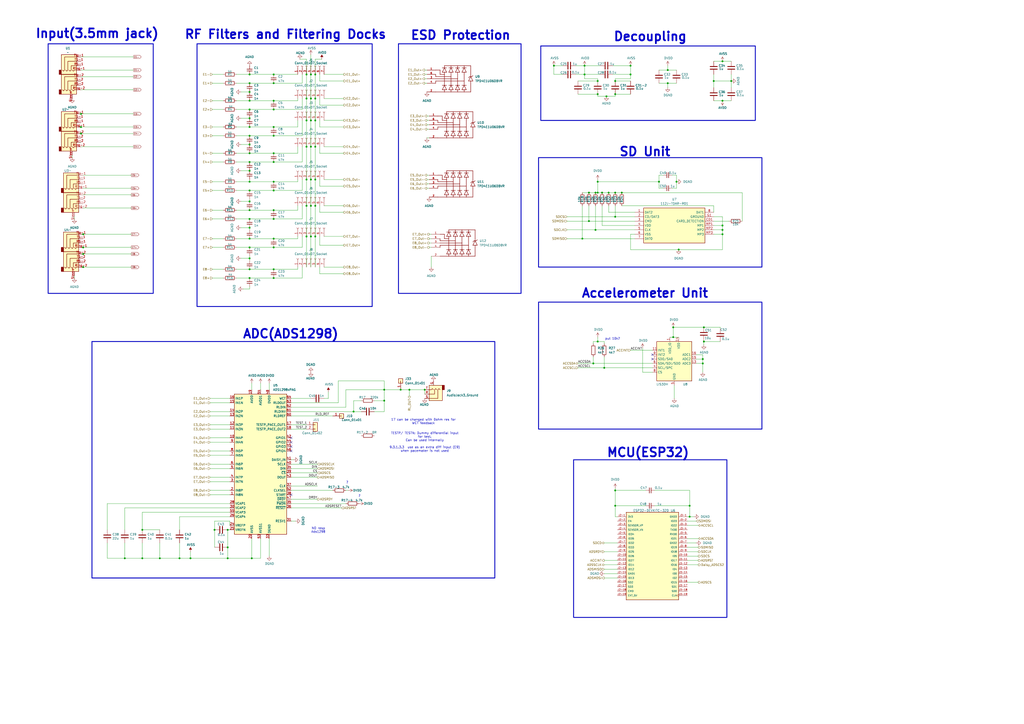
<source format=kicad_sch>
(kicad_sch (version 20250114) (generator "eeschema") (generator_version "9.0")
  (paper "A2")
  (title_block (title "Motherboard"))
  (lib_symbols
    (symbol "+2V5_1" (power) (pin_numbers (hide yes)) (pin_names (offset 0) (hide yes))
      (property "Value" "+2V5" (at 0 3.556 0))
      (symbol "+2V5_1_1_1"
        (pin power_in line (at 0 0 90) (length 0) (name "~") (number "1"))
      )
    )
    (symbol "+3.3V_1" (power) (pin_numbers (hide yes)) (pin_names (offset 0) (hide yes))
      (property "Value" "+3.3V" (at 0 3.556 0))
      (symbol "+3.3V_1_1_1"
        (pin power_in line (at 0 0 90) (length 0) (name "~") (number "1"))
      )
    )
    (symbol "112J-TDAR-R01:112J-TDAR-R01"
      (property "Reference" "J" (at 41.91 7.62 0))
      (property "Value" "112J-TDAR-R01" (at 41.91 5.08 0))
      (symbol "112J-TDAR-R01_1_1"
        (pin passive line (at 0 0 0) (length 5.08) (name "DAT2") (number "1"))
        (pin passive line (at 0 -2.54 0) (length 5.08) (name "CD/DAT3") (number "2"))
        (pin passive line (at 0 -5.08 0) (length 5.08) (name "CMD") (number "3"))
        (pin passive line (at 0 -7.62 0) (length 5.08) (name "VDD") (number "4"))
        (pin passive line (at 0 -10.16 0) (length 5.08) (name "CLK") (number "5"))
        (pin passive line (at 0 -12.7 0) (length 5.08) (name "VSS") (number "6"))
        (pin passive line (at 0 -15.24 0) (length 5.08) (name "DAT0") (number "7"))
        (pin passive line (at 45.72 0 180) (length 5.08) (name "DAT1") (number "8"))
        (pin passive line (at 45.72 -2.54 180) (length 5.08) (name "GROUND") (number "G1"))
        (pin passive line (at 45.72 -5.08 180) (length 5.08) (name "CARD_DETECTION") (number "CD1"))
        (pin passive line (at 45.72 -7.62 180) (length 5.08) (name "MP1") (number "MP1"))
        (pin passive line (at 45.72 -10.16 180) (length 5.08) (name "MP2") (number "MP2"))
        (pin passive line (at 45.72 -12.7 180) (length 5.08) (name "MP3") (number "MP3"))
      )
    )
    (symbol "Analog_ADC:ADS1298xPAG"
      (property "Reference" "U" (at -15.24 41.91 0))
      (property "Value" "ADS1298xPAG" (at 6.35 41.91 0))
      (symbol "ADS1298xPAG_1_1"
        (pin input line (at -17.78 38.1 0) (length 2.54) (name "IN1P") (number "16"))
        (pin input line (at -17.78 35.56 0) (length 2.54) (name "IN1N") (number "15"))
        (pin input line (at -17.78 30.48 0) (length 2.54) (name "IN2P") (number "14"))
        (pin input line (at -17.78 27.94 0) (length 2.54) (name "IN2N") (number "13"))
        (pin input line (at -17.78 22.86 0) (length 2.54) (name "IN3P") (number "12"))
        (pin input line (at -17.78 20.32 0) (length 2.54) (name "IN3N") (number "11"))
        (pin input line (at -17.78 15.24 0) (length 2.54) (name "IN4P") (number "10"))
        (pin input line (at -17.78 12.7 0) (length 2.54) (name "IN4N") (number "9"))
        (pin input line (at -17.78 7.62 0) (length 2.54) (name "IN5P") (number "8"))
        (pin input line (at -17.78 5.08 0) (length 2.54) (name "IN5N") (number "7"))
        (pin input line (at -17.78 0 0) (length 2.54) (name "IN6P") (number "6"))
        (pin input line (at -17.78 -2.54 0) (length 2.54) (name "IN6N") (number "5"))
        (pin input line (at -17.78 -7.62 0) (length 2.54) (name "IN7P") (number "4"))
        (pin input line (at -17.78 -10.16 0) (length 2.54) (name "IN7N") (number "3"))
        (pin input line (at -17.78 -15.24 0) (length 2.54) (name "IN8P") (number "2"))
        (pin input line (at -17.78 -17.78 0) (length 2.54) (name "IN8N") (number "1"))
        (pin passive line (at -17.78 -22.86 0) (length 2.54) (name "VCAP1") (number "28"))
        (pin passive line (at -17.78 -25.4 0) (length 2.54) (name "VCAP2") (number "30"))
        (pin passive line (at -17.78 -27.94 0) (length 2.54) (name "VCAP3") (number "55"))
        (pin passive line (at -17.78 -30.48 0) (length 2.54) (name "VCAP4") (number "26"))
        (pin passive line (at -17.78 -35.56 0) (length 2.54) (name "VREFP") (number "24"))
        (pin passive line (at -17.78 -38.1 0) (length 2.54) (name "VREFN") (number "25"))
        (pin power_in line (at -5.08 43.18 270) (length 2.54) (name "AVDD") (number "19"))
        (pin passive line (at -5.08 43.18 270) (length 2.54) (hide yes) (name "AVDD") (number "21"))
        (pin passive line (at -5.08 43.18 270) (length 2.54) (hide yes) (name "AVDD") (number "22"))
        (pin passive line (at -5.08 43.18 270) (length 2.54) (hide yes) (name "AVDD") (number "56"))
        (pin passive line (at -5.08 43.18 270) (length 2.54) (hide yes) (name "AVDD") (number "59"))
        (pin power_in line (at -5.08 -43.18 90) (length 2.54) (name "AVSS") (number "20"))
        (pin passive line (at -5.08 -43.18 90) (length 2.54) (hide yes) (name "AVSS") (number "23"))
        (pin passive line (at -5.08 -43.18 90) (length 2.54) (hide yes) (name "AVSS") (number "32"))
        (pin passive line (at -5.08 -43.18 90) (length 2.54) (hide yes) (name "AVSS") (number "57"))
        (pin passive line (at -5.08 -43.18 90) (length 2.54) (hide yes) (name "AVSS") (number "58"))
        (pin power_in line (at 0 43.18 270) (length 2.54) (name "AVDD1") (number "54"))
        (pin power_in line (at 0 -43.18 90) (length 2.54) (name "AVSS1") (number "53"))
        (pin power_in line (at 5.08 43.18 270) (length 2.54) (name "DVDD") (number "48"))
        (pin passive line (at 5.08 43.18 270) (length 2.54) (hide yes) (name "DVDD") (number "50"))
        (pin power_in line (at 5.08 -43.18 90) (length 2.54) (name "DGND") (number "33"))
        (pin passive line (at 5.08 -43.18 90) (length 2.54) (hide yes) (name "DGND") (number "49"))
        (pin passive line (at 5.08 -43.18 90) (length 2.54) (hide yes) (name "DGND") (number "51"))
        (pin no_connect line (at 15.24 -35.56 180) (length 2.54) (hide yes) (name "NC") (number "27"))
        (pin no_connect line (at 15.24 -38.1 180) (length 2.54) (hide yes) (name "NC") (number "29"))
        (pin output line (at 17.78 38.1 180) (length 2.54) (name "WCT") (number "64"))
        (pin output line (at 17.78 35.56 180) (length 2.54) (name "RLDOUT") (number "63"))
        (pin input line (at 17.78 33.02 180) (length 2.54) (name "RLDIN") (number "62"))
        (pin input line (at 17.78 30.48 180) (length 2.54) (name "RLDINV") (number "61"))
        (pin input line (at 17.78 27.94 180) (length 2.54) (name "RLDREF") (number "60"))
        (pin bidirectional line (at 17.78 22.86 180) (length 2.54) (name "TESTP_PACE_OUT1") (number "17"))
        (pin bidirectional line (at 17.78 20.32 180) (length 2.54) (name "TESTP_PACE_OUT2") (number "18"))
        (pin bidirectional line (at 17.78 15.24 180) (length 2.54) (name "GPIO1") (number "42"))
        (pin bidirectional line (at 17.78 12.7 180) (length 2.54) (name "GPIO2") (number "44"))
        (pin bidirectional line (at 17.78 10.16 180) (length 2.54) (name "GPIO3") (number "45"))
        (pin bidirectional line (at 17.78 7.62 180) (length 2.54) (name "GPIO4") (number "46"))
        (pin input line (at 17.78 2.54 180) (length 2.54) (name "DAISY_IN") (number "41"))
        (pin input line (at 17.78 0 180) (length 2.54) (name "SCLK") (number "40"))
        (pin input line (at 17.78 -2.54 180) (length 2.54) (name "DIN") (number "34"))
        (pin input line (at 17.78 -5.08 180) (length 2.54) (name "~{CS}") (number "39"))
        (pin output line (at 17.78 -7.62 180) (length 2.54) (name "DOUT") (number "43"))
        (pin bidirectional line (at 17.78 -12.7 180) (length 2.54) (name "CLK") (number "37"))
        (pin input line (at 17.78 -15.24 180) (length 2.54) (name "CLKSEL") (number "52"))
        (pin input line (at 17.78 -17.78 180) (length 2.54) (name "START") (number "38"))
        (pin output line (at 17.78 -20.32 180) (length 2.54) (name "~{DRDY}") (number "47"))
        (pin input line (at 17.78 -22.86 180) (length 2.54) (name "~{PWDN}") (number "35"))
        (pin input line (at 17.78 -25.4 180) (length 2.54) (name "~{RESET}") (number "36"))
        (pin input line (at 17.78 -33.02 180) (length 2.54) (name "RESV1") (number "31"))
      )
    )
    (symbol "Connector:Conn_01x07_Socket" (pin_names (offset 1.016) (hide yes))
      (property "Reference" "J" (at 0 10.16 0))
      (property "Value" "Conn_01x07_Socket" (at 0 -10.16 0))
      (symbol "Conn_01x07_Socket_1_1"
        (pin passive line (at -5.08 7.62 0) (length 3.81) (name "Pin_1") (number "1"))
        (pin passive line (at -5.08 5.08 0) (length 3.81) (name "Pin_2") (number "2"))
        (pin passive line (at -5.08 2.54 0) (length 3.81) (name "Pin_3") (number "3"))
        (pin passive line (at -5.08 0 0) (length 3.81) (name "Pin_4") (number "4"))
        (pin passive line (at -5.08 -2.54 0) (length 3.81) (name "Pin_5") (number "5"))
        (pin passive line (at -5.08 -5.08 0) (length 3.81) (name "Pin_6") (number "6"))
        (pin passive line (at -5.08 -7.62 0) (length 3.81) (name "Pin_7") (number "7"))
      )
    )
    (symbol "Connector_Audio:AudioJack3_Ground"
      (property "Reference" "J" (at 0 8.89 0))
      (property "Value" "AudioJack3_Ground" (at 0 6.35 0))
      (symbol "AudioJack3_Ground_1_1"
        (pin passive line (at 0 -7.62 90) (length 2.54) (name "~") (number "G"))
        (pin passive line (at 5.08 2.54 180) (length 2.54) (name "~") (number "S"))
        (pin passive line (at 5.08 0 180) (length 2.54) (name "~") (number "R"))
        (pin passive line (at 5.08 -2.54 180) (length 2.54) (name "~") (number "T"))
      )
    )
    (symbol "Connector_Audio:Double_3.5mm_jack"
      (property "Reference" "U" (at 0 0 0))
      (symbol "Double_3.5mm_jack_1_1"
        (pin passive line (at 1.27 -12.7 90) (length 2.54) (name "~") (number "Sleeve"))
        (pin passive line (at 6.35 11.43 180) (length 2.54) (name "~") (number "Tip-1"))
        (pin passive line (at 6.35 8.89 180) (length 2.54) (name "~") (number "TS-1"))
        (pin passive line (at 6.35 6.35 180) (length 2.54) (name "~") (number "RS-1"))
        (pin passive line (at 6.35 3.81 180) (length 2.54) (name "~") (number "Ring-1"))
        (pin passive line (at 6.35 0 180) (length 2.54) (name "~") (number "Tip-2"))
        (pin passive line (at 6.35 -2.54 180) (length 2.54) (name "~") (number "TS-2"))
        (pin passive line (at 6.35 -5.08 180) (length 2.54) (name "~") (number "RS-2"))
        (pin passive line (at 6.35 -7.62 180) (length 2.54) (name "~") (number "Ring-2"))
      )
    )
    (symbol "Connector_Generic:Conn_01x01" (pin_names (offset 1.016) (hide yes))
      (property "Reference" "J" (at 0 2.54 0))
      (property "Value" "Conn_01x01" (at 0 -2.54 0))
      (symbol "Conn_01x01_1_1"
        (pin passive line (at -5.08 0 0) (length 3.81) (name "Pin_1") (number "1"))
      )
    )
    (symbol "Connector_Generic:Conn_01x02" (pin_names (offset 1.016) (hide yes))
      (property "Reference" "J" (at 0 2.54 0))
      (property "Value" "Conn_01x02" (at 0 -5.08 0))
      (symbol "Conn_01x02_1_1"
        (pin passive line (at -5.08 0 0) (length 3.81) (name "Pin_1") (number "1"))
        (pin passive line (at -5.08 -2.54 0) (length 3.81) (name "Pin_2") (number "2"))
      )
    )
    (symbol "Device:C" (pin_numbers (hide yes)) (pin_names (offset 0.254))
      (property "Reference" "C" (at 0.635 2.54 0))
      (property "Value" "C" (at 0.635 -2.54 0))
      (symbol "C_1_1"
        (pin passive line (at 0 3.81 270) (length 2.794) (name "~") (number "1"))
        (pin passive line (at 0 -3.81 90) (length 2.794) (name "~") (number "2"))
      )
    )
    (symbol "Device:C_Small" (pin_numbers (hide yes)) (pin_names (offset 0.254) (hide yes))
      (property "Reference" "C" (at 0.254 1.778 0))
      (property "Value" "C_Small" (at 0.254 -2.032 0))
      (symbol "C_Small_1_1"
        (pin passive line (at 0 2.54 270) (length 2.032) (name "~") (number "1"))
        (pin passive line (at 0 -2.54 90) (length 2.032) (name "~") (number "2"))
      )
    )
    (symbol "Device:R" (pin_numbers (hide yes)) (pin_names (offset 0))
      (property "Reference" "R" (at 2.032 0 90))
      (property "Value" "R" (at 0 0 90))
      (symbol "R_1_1"
        (pin passive line (at 0 3.81 270) (length 1.27) (name "~") (number "1"))
        (pin passive line (at 0 -3.81 90) (length 1.27) (name "~") (number "2"))
      )
    )
    (symbol "ESP32-DEVKITC-32D:ESP32-DEVKITC-32D" (pin_names (offset 1.016))
      (property "Reference" "U" (at -15.2572 26.0643 0))
      (property "Value" "ESP32-DEVKITC-32D" (at -15.2563 -27.9698 0))
      (symbol "ESP32-DEVKITC-32D_0_0"
        (pin power_in line (at -20.32 22.86 0) (length 5.08) (name "3V3") (number "J2-1"))
        (pin input line (at -20.32 20.32 0) (length 5.08) (name "EN") (number "J2-2"))
        (pin input line (at -20.32 17.78 0) (length 5.08) (name "SENSOR_VP") (number "J2-3"))
        (pin input line (at -20.32 15.24 0) (length 5.08) (name "SENSOR_VN") (number "J2-4"))
        (pin bidirectional line (at -20.32 12.7 0) (length 5.08) (name "IO34") (number "J2-5"))
        (pin bidirectional line (at -20.32 10.16 0) (length 5.08) (name "IO35") (number "J2-6"))
        (pin bidirectional line (at -20.32 7.62 0) (length 5.08) (name "IO32") (number "J2-7"))
        (pin bidirectional line (at -20.32 5.08 0) (length 5.08) (name "IO33") (number "J2-8"))
        (pin bidirectional line (at -20.32 2.54 0) (length 5.08) (name "IO25") (number "J2-9"))
        (pin bidirectional line (at -20.32 0 0) (length 5.08) (name "IO26") (number "J2-10"))
        (pin bidirectional line (at -20.32 -2.54 0) (length 5.08) (name "IO27") (number "J2-11"))
        (pin bidirectional line (at -20.32 -5.08 0) (length 5.08) (name "IO14") (number "J2-12"))
        (pin bidirectional line (at -20.32 -7.62 0) (length 5.08) (name "IO12") (number "J2-13"))
        (pin power_in line (at -20.32 -10.16 0) (length 5.08) (name "GND1") (number "J2-14"))
        (pin bidirectional line (at -20.32 -12.7 0) (length 5.08) (name "IO13") (number "J2-15"))
        (pin bidirectional line (at -20.32 -15.24 0) (length 5.08) (name "SD2") (number "J2-16"))
        (pin bidirectional line (at -20.32 -17.78 0) (length 5.08) (name "SD3") (number "J2-17"))
        (pin bidirectional line (at -20.32 -20.32 0) (length 5.08) (name "CMD") (number "J2-18"))
        (pin power_in line (at -20.32 -22.86 0) (length 5.08) (name "EXT_5V") (number "J2-19"))
        (pin power_in line (at 20.32 22.86 180) (length 5.08) (name "GND3") (number "J3-1"))
        (pin bidirectional line (at 20.32 20.32 180) (length 5.08) (name "IO23") (number "J3-2"))
        (pin bidirectional line (at 20.32 17.78 180) (length 5.08) (name "IO22") (number "J3-3"))
        (pin output line (at 20.32 15.24 180) (length 5.08) (name "TXD0") (number "J3-4"))
        (pin input line (at 20.32 12.7 180) (length 5.08) (name "RXD0") (number "J3-5"))
        (pin bidirectional line (at 20.32 10.16 180) (length 5.08) (name "IO21") (number "J3-6"))
        (pin power_in line (at 20.32 7.62 180) (length 5.08) (name "GND2") (number "J3-7"))
        (pin bidirectional line (at 20.32 5.08 180) (length 5.08) (name "IO19") (number "J3-8"))
        (pin bidirectional line (at 20.32 2.54 180) (length 5.08) (name "IO18") (number "J3-9"))
        (pin bidirectional line (at 20.32 0 180) (length 5.08) (name "IO5") (number "J3-10"))
        (pin bidirectional line (at 20.32 -2.54 180) (length 5.08) (name "IO17") (number "J3-11"))
        (pin bidirectional line (at 20.32 -5.08 180) (length 5.08) (name "IO16") (number "J3-12"))
        (pin bidirectional line (at 20.32 -7.62 180) (length 5.08) (name "IO4") (number "J3-13"))
        (pin bidirectional line (at 20.32 -10.16 180) (length 5.08) (name "IO0") (number "J3-14"))
        (pin bidirectional line (at 20.32 -12.7 180) (length 5.08) (name "IO2") (number "J3-15"))
        (pin bidirectional line (at 20.32 -15.24 180) (length 5.08) (name "IO15") (number "J3-16"))
        (pin bidirectional line (at 20.32 -17.78 180) (length 5.08) (name "SD1") (number "J3-17"))
        (pin bidirectional line (at 20.32 -20.32 180) (length 5.08) (name "SD0") (number "J3-18"))
        (pin input clock (at 20.32 -22.86 180) (length 5.08) (name "CLK") (number "J3-19"))
      )
    )
    (symbol "GND_10" (power) (pin_numbers (hide yes)) (pin_names (offset 0) (hide yes))
      (property "Value" "GND" (at 0 -3.81 0))
      (symbol "GND_10_1_1"
        (pin power_in line (at 0 0 270) (length 0) (name "~") (number "1"))
      )
    )
    (symbol "GND_13" (power) (pin_numbers (hide yes)) (pin_names (offset 0) (hide yes))
      (property "Value" "GND" (at 0 -3.81 0))
      (symbol "GND_13_1_1"
        (pin power_in line (at 0 0 270) (length 0) (name "~") (number "1"))
      )
    )
    (symbol "GND_14" (power) (pin_numbers (hide yes)) (pin_names (offset 0) (hide yes))
      (property "Value" "GND" (at 0 -3.81 0))
      (symbol "GND_14_1_1"
        (pin power_in line (at 0 0 270) (length 0) (name "~") (number "1"))
      )
    )
    (symbol "GND_15" (power) (pin_numbers (hide yes)) (pin_names (offset 0) (hide yes))
      (property "Value" "GND" (at 0 -3.81 0))
      (symbol "GND_15_1_1"
        (pin power_in line (at 0 0 270) (length 0) (name "~") (number "1"))
      )
    )
    (symbol "GND_16" (power) (pin_numbers (hide yes)) (pin_names (offset 0) (hide yes))
      (property "Value" "GND" (at 0 -3.81 0))
      (symbol "GND_16_1_1"
        (pin power_in line (at 0 0 270) (length 0) (name "~") (number "1"))
      )
    )
    (symbol "GND_17" (power) (pin_numbers (hide yes)) (pin_names (offset 0) (hide yes))
      (property "Value" "GND" (at 0 -3.81 0))
      (symbol "GND_17_1_1"
        (pin power_in line (at 0 0 270) (length 0) (name "~") (number "1"))
      )
    )
    (symbol "GND_18" (power) (pin_numbers (hide yes)) (pin_names (offset 0) (hide yes))
      (property "Value" "GND" (at 0 -3.81 0))
      (symbol "GND_18_1_1"
        (pin power_in line (at 0 0 270) (length 0) (name "~") (number "1"))
      )
    )
    (symbol "GND_6" (power) (pin_numbers (hide yes)) (pin_names (offset 0) (hide yes))
      (property "Value" "GND" (at 0 -3.81 0))
      (symbol "GND_6_1_1"
        (pin power_in line (at 0 0 270) (length 0) (name "~") (number "1"))
      )
    )
    (symbol "Sensor_Motion:LIS3DH"
      (property "Reference" "U" (at -7.62 11.43 0))
      (property "Value" "LIS3DH" (at 6.35 11.43 0))
      (symbol "LIS3DH_1_1"
        (pin output line (at -12.7 5.08 0) (length 2.54) (name "INT1") (number "11"))
        (pin output line (at -12.7 2.54 0) (length 2.54) (name "INT2") (number "9"))
        (pin bidirectional line (at -12.7 0 0) (length 2.54) (name "SDO/SA0") (number "7"))
        (pin bidirectional line (at -12.7 -2.54 0) (length 2.54) (name "SDA/SDI/SDO") (number "6"))
        (pin input line (at -12.7 -5.08 0) (length 2.54) (name "SCL/SPC") (number "4"))
        (pin input line (at -12.7 -7.62 0) (length 2.54) (name "CS") (number "8"))
        (pin power_in line (at -2.54 12.7 270) (length 2.54) (name "VDD_IO") (number "1"))
        (pin passive line (at 0 -15.24 90) (length 2.54) (hide yes) (name "GND") (number "10"))
        (pin passive line (at 0 -15.24 90) (length 2.54) (hide yes) (name "GND") (number "12"))
        (pin power_in line (at 0 -15.24 90) (length 2.54) (name "GND") (number "5"))
        (pin power_in line (at 2.54 12.7 270) (length 2.54) (name "VDD") (number "14"))
        (pin no_connect line (at 10.16 7.62 180) (length 2.54) (hide yes) (name "NC") (number "3"))
        (pin no_connect line (at 10.16 5.08 180) (length 2.54) (hide yes) (name "NC") (number "2"))
        (pin input line (at 12.7 2.54 180) (length 2.54) (name "ADC1") (number "16"))
        (pin input line (at 12.7 0 180) (length 2.54) (name "ADC2") (number "15"))
        (pin input line (at 12.7 -2.54 180) (length 2.54) (name "ADC3") (number "13"))
      )
    )
    (symbol "TPD4E1U06DBVR:TPD4E1U06DBVR" (pin_names (offset 1.016))
      (property "Reference" "U" (at -12.7 8.62 0))
      (property "Value" "TPD4E1U06DBVR" (at -12.7 -10.16 0))
      (symbol "TPD4E1U06DBVR_0_0"
        (pin bidirectional line (at -12.7 5.08 0) (length 5.08) (name "~") (number "1"))
        (pin bidirectional line (at -12.7 2.54 0) (length 5.08) (name "~") (number "6"))
        (pin bidirectional line (at -12.7 0 0) (length 5.08) (name "~") (number "3"))
        (pin bidirectional line (at -12.7 -2.54 0) (length 5.08) (name "~") (number "4"))
        (pin power_in line (at -12.7 -7.62 0) (length 5.08) (name "~") (number "2"))
      )
    )
    (symbol "power:+2V5" (power) (pin_names (offset 0))
      (property "Value" "+2V5" (at 0 3.556 0))
      (symbol "+2V5_1_1"
        (pin power_in line (at 0 0 90) (length 0) (hide yes) (name "+2V5") (number "1"))
      )
    )
    (symbol "power:+3.3V" (power) (pin_names (offset 0))
      (property "Value" "+3.3V" (at 0 3.556 0))
      (symbol "+3.3V_1_1"
        (pin power_in line (at 0 0 90) (length 0) (hide yes) (name "+3.3V") (number "1"))
      )
    )
    (symbol "power:+3V3" (power) (pin_numbers (hide yes)) (pin_names (offset 0) (hide yes))
      (property "Value" "+3V3" (at 0 3.556 0))
      (symbol "+3V3_1_1"
        (pin power_in line (at 0 0 90) (length 0) (name "~") (number "1"))
      )
    )
    (symbol "power:-2V5" (power) (pin_names (offset 0))
      (property "Value" "-2V5" (at 0 3.81 0))
      (symbol "-2V5_0_0"
        (pin power_in line (at 0 0 90) (length 0) (hide yes) (name "-2V5") (number "1"))
      )
    )
    (symbol "power:-3V3" (power) (pin_numbers (hide yes)) (pin_names (offset 0) (hide yes))
      (property "Value" "-3V3" (at 0 3.556 0))
      (symbol "-3V3_0_0"
        (pin power_in line (at 0 0 90) (length 0) (name "~") (number "1"))
      )
    )
    (symbol "power:GND" (power) (pin_names (offset 0))
      (property "Value" "GND" (at 0 -3.81 0))
      (symbol "GND_1_1"
        (pin power_in line (at 0 0 270) (length 0) (hide yes) (name "GND") (number "1"))
      )
    )
  )
  (rectangle (start 53.34 198.12) (end 287.02 335.28) (stroke (width 0.508)))
  (rectangle (start 231.14 25.4) (end 302.26 170.18) (stroke (width 0.508)))
  (rectangle (start 332.74 266.7) (end 421.64 358.14) (stroke (width 0.508)))
  (rectangle (start 313.69 26.67) (end 438.15 69.85) (stroke (width 0.508)))
  (rectangle (start 27.94 25.4) (end 88.9 170.18) (stroke (width 0.508)))
  (rectangle (start 312.42 175.26) (end 441.96 248.92) (stroke (width 0.508)))
  (rectangle (start 114.3 25.4) (end 215.9 177.8) (stroke (width 0.508)))
  (rectangle (start 312.42 91.44) (end 441.96 154.94) (stroke (width 0.508)))
  (text "MCU(ESP32)" (at 375.92 262.636 0) (effects (font (size 5.08 5.08) (thickness 1.016) (bold yes))))
  (text "TESTP/ TESTN: Dummy differential input\nfor test.\nCan be used internally\n\n9.3.1.3.3  use as an extra diff input (E9)\nwhen pacemaker is not used" (at 246.38 256.54 0) (effects (font (size 1.27 1.27))))
  (text "17 can be changed with 0ohm res for\nWCT feedback\n" (at 245.618 244.602 0) (effects (font (size 1.27 1.27))))
  (text "Input(3.5mm jack)" (at 56.388 19.558 0) (effects (font (size 5.08 5.08) (thickness 1.016) (bold yes))))
  (text "?\n" (at 208.534 287.782 0) (effects (font (size 1.27 1.27))))
  (text "ADC(ADS1298)" (at 168.656 193.802 0) (effects (font (size 5.08 5.08) (thickness 1.016) (bold yes))))
  (text "ESD Protection" (at 267.208 20.574 0) (effects (font (size 5.08 5.08) (thickness 1.016) (bold yes))))
  (text "?\n" (at 201.422 279.908 0) (effects (font (size 1.27 1.27))))
  (text "Decoupling\n" (at 377.19 21.336 0) (effects (font (size 5.08 5.08) (thickness 1.016) (bold yes))))
  (text "SD Unit" (at 374.142 88.138 0) (effects (font (size 5.08 5.08) (thickness 1.016) (bold yes))))
  (text "NO resp\nAds1298\n" (at 184.658 307.594 0) (effects (font (size 1.27 1.27))))
  (text "Accelerometer Unit" (at 374.142 170.18 0) (effects (font (size 5.08 5.08) (thickness 1.016) (bold yes))))
  (text "RF Filters and Filtering Docks\n" (at 165.608 20.066 0) (effects (font (size 5.08 5.08) (thickness 1.016) (bold yes))))
  (text "put 10k?\n" (at 355.346 196.596 0) (effects (font (size 1.27 1.27))))
  (junction (at 346.71 198.12))
  (junction (at 346.71 46.99))
  (junction (at 341.63 128.27))
  (junction (at 144.78 156.21))
  (junction (at 144.78 53.34))
  (junction (at 180.34 137.16))
  (junction (at 144.78 149.86))
  (junction (at 345.44 133.35))
  (junction (at 182.88 119.38))
  (junction (at 124.46 307.34))
  (junction (at 205.105 238.76))
  (junction (at 158.75 156.21))
  (junction (at 419.1 35.56))
  (junction (at 387.35 48.26))
  (junction (at 408.305 198.12))
  (junction (at 158.75 73.66))
  (junction (at 177.8 104.14))
  (junction (at 424.18 46.99))
  (junction (at 365.76 38.1))
  (junction (at 144.78 143.51))
  (junction (at 144.78 99.06))
  (junction (at 158.75 48.26))
  (junction (at 158.75 161.29))
  (junction (at 408.305 189.865))
  (junction (at 337.82 138.43))
  (junction (at 146.05 323.85))
  (junction (at 419.1 133.35))
  (junction (at 180.34 85.09))
  (junction (at 144.78 116.84))
  (junction (at 144.78 83.82))
  (junction (at 177.8 57.15))
  (junction (at 339.09 43.18))
  (junction (at 177.8 69.85))
  (junction (at 132.08 323.85))
  (junction (at 400.05 299.72))
  (junction (at 356.87 125.73))
  (junction (at 356.87 54.61))
  (junction (at 144.78 110.49))
  (junction (at 387.35 40.64))
  (junction (at 182.88 43.18))
  (junction (at 351.79 55.88))
  (junction (at 144.78 121.92))
  (junction (at 158.75 121.92))
  (junction (at 46.99 77.47))
  (junction (at 144.78 161.29))
  (junction (at 144.78 93.98))
  (junction (at 180.34 69.85))
  (junction (at 144.78 58.42))
  (junction (at 72.39 323.85))
  (junction (at 407.67 208.28))
  (junction (at 144.78 132.08))
  (junction (at 158.75 138.43))
  (junction (at 353.06 111.76))
  (junction (at 365.76 43.18))
  (junction (at 158.75 110.49))
  (junction (at 144.78 48.26))
  (junction (at 48.26 135.89))
  (junction (at 144.78 88.9))
  (junction (at 356.87 284.48))
  (junction (at 344.17 210.82))
  (junction (at 158.75 93.98))
  (junction (at 382.27 105.41))
  (junction (at 132.08 317.5))
  (junction (at 346.71 105.41))
  (junction (at 180.34 104.14))
  (junction (at 110.49 323.85))
  (junction (at 346.71 111.76))
  (junction (at 237.49 226.06))
  (junction (at 390.525 189.865))
  (junction (at 82.55 307.34))
  (junction (at 182.88 69.85))
  (junction (at 48.26 147.32))
  (junction (at 356.87 111.76))
  (junction (at 346.71 54.61))
  (junction (at 158.75 143.51))
  (junction (at 144.78 78.74))
  (junction (at 177.8 43.18))
  (junction (at 180.34 57.15))
  (junction (at 349.25 111.76))
  (junction (at 82.55 323.85))
  (junction (at 392.43 105.41))
  (junction (at 222.885 232.41))
  (junction (at 393.7 144.78))
  (junction (at 158.75 63.5))
  (junction (at 414.02 46.99))
  (junction (at 400.05 293.37))
  (junction (at 158.75 88.9))
  (junction (at 144.78 68.58))
  (junction (at 158.75 127))
  (junction (at 144.78 43.18))
  (junction (at 182.88 57.15))
  (junction (at 144.78 63.5))
  (junction (at 180.34 43.18))
  (junction (at 177.8 85.09))
  (junction (at 182.88 137.16))
  (junction (at 144.78 127))
  (junction (at 356.87 293.37))
  (junction (at 246.38 226.06))
  (junction (at 144.78 73.66))
  (junction (at 92.71 323.85))
  (junction (at 182.88 85.09))
  (junction (at 144.78 105.41))
  (junction (at 158.75 105.41))
  (junction (at 419.1 58.42))
  (junction (at 339.09 38.1))
  (junction (at 132.08 307.34))
  (junction (at 232.41 226.06))
  (junction (at 341.63 111.76))
  (junction (at 419.1 135.89))
  (junction (at 48.26 143.51))
  (junction (at 104.14 323.85))
  (junction (at 360.68 111.76))
  (junction (at 182.88 104.14))
  (junction (at 46.99 73.66))
  (junction (at 180.34 119.38))
  (junction (at 46.99 66.04))
  (junction (at 407.67 210.82))
  (junction (at 222.885 226.06))
  (junction (at 345.44 111.76))
  (junction (at 48.26 154.94))
  (junction (at 158.75 43.18))
  (junction (at 321.31 38.1))
  (junction (at 356.87 46.99))
  (junction (at 350.52 213.36))
  (junction (at 158.75 78.74))
  (junction (at 177.8 119.38))
  (junction (at 419.1 130.81))
  (junction (at 177.8 137.16))
  (junction (at 390.525 195.58))
  (junction (at 158.75 58.42))
  (junction (at 144.78 138.43))
  (no_connect (at 168.91 259.08))
  (no_connect (at 378.46 205.74))
  (no_connect (at 168.91 261.62))
  (no_connect (at 168.91 256.54))
  (no_connect (at 168.91 287.02))
  (no_connect (at 378.46 208.28))
  (no_connect (at 168.91 254))
  (wire (pts (xy 177.8 43.18) (xy 177.8 57.15)))
  (wire (pts (xy 137.16 143.51) (xy 144.78 143.51)))
  (wire (pts (xy 48.26 113.03) (xy 76.2 113.03)))
  (wire (pts (xy 356.87 125.73) (xy 356.87 119.38)))
  (wire (pts (xy 46.99 52.07) (xy 77.47 52.07)))
  (wire (pts (xy 247.65 106.68) (xy 248.92 106.68)))
  (wire (pts (xy 387.35 40.64) (xy 392.43 40.64)))
  (wire (pts (xy 417.83 189.865) (xy 408.305 189.865)))
  (wire (pts (xy 345.44 111.76) (xy 346.71 111.76)))
  (wire (pts (xy 158.75 73.66) (xy 172.72 73.66)))
  (wire (pts (xy 168.91 289.56) (xy 184.15 289.56)))
  (wire (pts (xy 168.91 233.68) (xy 196.215 233.68)))
  (wire (pts (xy 168.91 231.14) (xy 180.34 231.14)))
  (wire (pts (xy 345.44 133.35) (xy 368.3 133.35)))
  (wire (pts (xy 46.99 33.02) (xy 77.47 33.02)))
  (wire (pts (xy 187.96 119.38) (xy 199.39 119.38)))
  (wire (pts (xy 248.92 67.31) (xy 247.65 67.31)))
  (wire (pts (xy 123.19 143.51) (xy 129.54 143.51)))
  (wire (pts (xy 62.23 314.96) (xy 62.23 323.85)))
  (wire (pts (xy 337.82 111.76) (xy 341.63 111.76)))
  (wire (pts (xy 123.19 43.18) (xy 129.54 43.18)))
  (wire (pts (xy 158.75 105.41) (xy 172.72 105.41)))
  (wire (pts (xy 246.38 226.06) (xy 246.38 228.6)))
  (wire (pts (xy 132.08 323.85) (xy 146.05 323.85)))
  (wire (pts (xy 378.46 213.36) (xy 350.52 213.36)))
  (wire (pts (xy 158.75 58.42) (xy 172.72 58.42)))
  (wire (pts (xy 144.78 43.18) (xy 158.75 43.18)))
  (wire (pts (xy 350.52 207.01) (xy 350.52 213.36)))
  (wire (pts (xy 414.02 130.81) (xy 419.1 130.81)))
  (wire (pts (xy 121.92 264.16) (xy 133.35 264.16)))
  (wire (pts (xy 196.215 220.98) (xy 222.885 220.98)))
  (wire (pts (xy 356.87 55.88) (xy 351.79 55.88)))
  (wire (pts (xy 328.93 125.73) (xy 356.87 125.73)))
  (wire (pts (xy 392.43 101.6) (xy 392.43 105.41)))
  (wire (pts (xy 72.39 323.85) (xy 82.55 323.85)))
  (wire (pts (xy 350.52 213.36) (xy 335.28 213.36)))
  (wire (pts (xy 121.92 248.92) (xy 133.35 248.92)))
  (wire (pts (xy 171.45 302.26) (xy 168.91 302.26)))
  (wire (pts (xy 403.86 210.82) (xy 407.67 210.82)))
  (wire (pts (xy 168.91 281.94) (xy 184.15 281.94)))
  (wire (pts (xy 104.14 299.72) (xy 104.14 307.34)))
  (wire (pts (xy 137.16 127) (xy 144.78 127)))
  (wire (pts (xy 196.215 233.68) (xy 196.215 220.98)))
  (wire (pts (xy 180.34 43.18) (xy 180.34 57.15)))
  (wire (pts (xy 123.19 48.26) (xy 129.54 48.26)))
  (wire (pts (xy 382.27 48.26) (xy 387.35 48.26)))
  (wire (pts (xy 337.82 119.38) (xy 337.82 138.43)))
  (wire (pts (xy 365.76 144.78) (xy 393.7 144.78)))
  (wire (pts (xy 339.09 43.18) (xy 347.98 43.18)))
  (wire (pts (xy 82.55 297.18) (xy 82.55 307.34)))
  (wire (pts (xy 222.885 226.06) (xy 222.885 232.41)))
  (wire (pts (xy 398.78 314.96) (xy 403.86 314.96)))
  (wire (pts (xy 201.93 284.48) (xy 200.66 284.48)))
  (wire (pts (xy 168.91 246.38) (xy 177.8 246.38)))
  (wire (pts (xy 356.87 284.48) (xy 356.87 293.37)))
  (wire (pts (xy 43.18 161.29) (xy 43.18 160.02)))
  (wire (pts (xy 187.96 154.94) (xy 199.39 154.94)))
  (wire (pts (xy 139.7 68.58) (xy 144.78 68.58)))
  (wire (pts (xy 356.87 293.37) (xy 374.65 293.37)))
  (wire (pts (xy 121.92 287.02) (xy 133.35 287.02)))
  (wire (pts (xy 144.78 166.37) (xy 144.78 167.64)))
  (wire (pts (xy 144.78 78.74) (xy 158.75 78.74)))
  (wire (pts (xy 407.67 208.28) (xy 407.67 210.82)))
  (wire (pts (xy 365.76 45.72) (xy 365.76 43.18)))
  (wire (pts (xy 398.78 299.72) (xy 400.05 299.72)))
  (wire (pts (xy 62.23 323.85) (xy 72.39 323.85)))
  (wire (pts (xy 321.31 43.18) (xy 321.31 38.1)))
  (wire (pts (xy 398.78 325.12) (xy 405.13 325.12)))
  (wire (pts (xy 417.83 190.5) (xy 417.83 189.865)))
  (wire (pts (xy 172.72 69.85) (xy 172.72 73.66)))
  (wire (pts (xy 121.92 271.78) (xy 133.35 271.78)))
  (wire (pts (xy 121.92 276.86) (xy 133.35 276.86)))
  (wire (pts (xy 92.71 323.85) (xy 104.14 323.85)))
  (wire (pts (xy 248.92 69.85) (xy 247.65 69.85)))
  (wire (pts (xy 45.72 82.55) (xy 46.99 82.55)))
  (wire (pts (xy 237.49 226.06) (xy 246.38 226.06)))
  (wire (pts (xy 46.99 135.89) (xy 48.26 135.89)))
  (wire (pts (xy 185.42 137.16) (xy 185.42 142.24)))
  (wire (pts (xy 144.78 121.92) (xy 158.75 121.92)))
  (wire (pts (xy 168.91 236.22) (xy 200.66 236.22)))
  (wire (pts (xy 168.91 248.92) (xy 177.8 248.92)))
  (wire (pts (xy 168.91 241.3) (xy 193.04 241.3)))
  (wire (pts (xy 123.19 110.49) (xy 129.54 110.49)))
  (wire (pts (xy 350.52 332.74) (xy 358.14 332.74)))
  (wire (pts (xy 187.96 85.09) (xy 199.39 85.09)))
  (wire (pts (xy 144.78 115.57) (xy 144.78 116.84)))
  (wire (pts (xy 356.87 46.99) (xy 365.76 46.99)))
  (wire (pts (xy 46.99 147.32) (xy 48.26 147.32)))
  (wire (pts (xy 144.78 93.98) (xy 158.75 93.98)))
  (wire (pts (xy 398.78 317.5) (xy 405.13 317.5)))
  (wire (pts (xy 137.16 93.98) (xy 144.78 93.98)))
  (wire (pts (xy 137.16 156.21) (xy 144.78 156.21)))
  (wire (pts (xy 408.305 197.485) (xy 408.305 198.12)))
  (wire (pts (xy 350.52 325.12) (xy 358.14 325.12)))
  (wire (pts (xy 185.42 123.19) (xy 199.39 123.19)))
  (wire (pts (xy 321.31 38.1) (xy 326.39 38.1)))
  (wire (pts (xy 246.38 40.64) (xy 247.65 40.64)))
  (wire (pts (xy 250.19 148.59) (xy 250.19 154.94)))
  (wire (pts (xy 104.14 314.96) (xy 104.14 323.85)))
  (wire (pts (xy 187.96 104.14) (xy 199.39 104.14)))
  (wire (pts (xy 146.05 323.85) (xy 151.13 323.85)))
  (wire (pts (xy 175.26 48.26) (xy 175.26 43.18)))
  (wire (pts (xy 168.91 266.7) (xy 170.18 266.7)))
  (wire (pts (xy 168.91 238.76) (xy 205.105 238.76)))
  (wire (pts (xy 390.525 189.865) (xy 390.525 195.58)))
  (wire (pts (xy 360.68 119.38) (xy 414.02 119.38)))
  (wire (pts (xy 172.72 121.92) (xy 172.72 119.38)))
  (wire (pts (xy 200.66 236.22) (xy 200.66 226.06)))
  (wire (pts (xy 344.17 210.82) (xy 335.28 210.82)))
  (wire (pts (xy 419.1 133.35) (xy 419.1 135.89)))
  (wire (pts (xy 45.72 66.04) (xy 46.99 66.04)))
  (wire (pts (xy 334.01 43.18) (xy 339.09 43.18)))
  (wire (pts (xy 187.96 43.18) (xy 199.39 43.18)))
  (wire (pts (xy 123.19 161.29) (xy 129.54 161.29)))
  (wire (pts (xy 144.78 104.14) (xy 144.78 105.41)))
  (wire (pts (xy 177.8 104.14) (xy 177.8 119.38)))
  (wire (pts (xy 121.92 246.38) (xy 133.35 246.38)))
  (wire (pts (xy 121.92 279.4) (xy 133.35 279.4)))
  (wire (pts (xy 177.8 34.29) (xy 177.8 43.18)))
  (wire (pts (xy 246.38 45.72) (xy 247.65 45.72)))
  (wire (pts (xy 187.96 69.85) (xy 199.39 69.85)))
  (wire (pts (xy 430.53 128.27) (xy 430.53 111.76)))
  (wire (pts (xy 182.88 137.16) (xy 182.88 154.94)))
  (wire (pts (xy 46.99 143.51) (xy 48.26 143.51)))
  (wire (pts (xy 182.88 69.85) (xy 182.88 85.09)))
  (wire (pts (xy 400.05 293.37) (xy 400.05 284.48)))
  (wire (pts (xy 372.745 215.9) (xy 372.745 201.93)))
  (wire (pts (xy 133.35 299.72) (xy 104.14 299.72)))
  (wire (pts (xy 123.19 105.41) (xy 129.54 105.41)))
  (wire (pts (xy 139.7 132.08) (xy 144.78 132.08)))
  (wire (pts (xy 346.71 54.61) (xy 346.71 55.88)))
  (wire (pts (xy 390.525 195.58) (xy 388.62 195.58)))
  (wire (pts (xy 382.27 105.41) (xy 382.27 109.22)))
  (wire (pts (xy 41.91 91.44) (xy 41.91 90.17)))
  (wire (pts (xy 156.21 322.58) (xy 156.21 312.42)))
  (wire (pts (xy 384.81 101.6) (xy 382.27 101.6)))
  (wire (pts (xy 335.28 46.99) (xy 346.71 46.99)))
  (wire (pts (xy 185.42 104.14) (xy 185.42 107.95)))
  (wire (pts (xy 124.46 302.26) (xy 133.35 302.26)))
  (wire (pts (xy 391.16 223.52) (xy 391.16 231.14)))
  (wire (pts (xy 365.76 203.2) (xy 378.46 203.2)))
  (wire (pts (xy 355.6 38.1) (xy 365.76 38.1)))
  (wire (pts (xy 339.09 45.72) (xy 339.09 43.18)))
  (wire (pts (xy 144.78 149.86) (xy 144.78 151.13)))
  (wire (pts (xy 350.52 320.04) (xy 358.14 320.04)))
  (wire (pts (xy 180.34 69.85) (xy 180.34 85.09)))
  (wire (pts (xy 46.99 85.09) (xy 77.47 85.09)))
  (wire (pts (xy 248.92 140.97) (xy 250.19 140.97)))
  (wire (pts (xy 414.02 46.99) (xy 414.02 50.8)))
  (wire (pts (xy 419.1 130.81) (xy 419.1 133.35)))
  (wire (pts (xy 430.53 111.76) (xy 360.68 111.76)))
  (wire (pts (xy 248.92 109.22) (xy 247.65 109.22)))
  (wire (pts (xy 346.71 55.88) (xy 351.79 55.88)))
  (wire (pts (xy 123.19 73.66) (xy 129.54 73.66)))
  (wire (pts (xy 185.42 60.96) (xy 199.39 60.96)))
  (wire (pts (xy 158.75 121.92) (xy 172.72 121.92)))
  (wire (pts (xy 48.26 109.22) (xy 76.2 109.22)))
  (wire (pts (xy 349.25 130.81) (xy 368.3 130.81)))
  (wire (pts (xy 168.91 276.86) (xy 184.15 276.86)))
  (wire (pts (xy 341.63 119.38) (xy 341.63 128.27)))
  (wire (pts (xy 158.75 48.26) (xy 175.26 48.26)))
  (wire (pts (xy 250.19 138.43) (xy 248.92 138.43)))
  (wire (pts (xy 365.76 43.18) (xy 365.76 38.1)))
  (wire (pts (xy 144.78 138.43) (xy 158.75 138.43)))
  (wire (pts (xy 137.16 58.42) (xy 144.78 58.42)))
  (wire (pts (xy 356.87 45.72) (xy 356.87 46.99)))
  (wire (pts (xy 172.72 156.21) (xy 172.72 154.94)))
  (wire (pts (xy 424.18 43.18) (xy 424.18 46.99)))
  (wire (pts (xy 137.16 110.49) (xy 144.78 110.49)))
  (wire (pts (xy 133.35 292.1) (xy 62.23 292.1)))
  (wire (pts (xy 237.49 226.06) (xy 232.41 226.06)))
  (wire (pts (xy 121.92 254) (xy 133.35 254)))
  (wire (pts (xy 349.25 111.76) (xy 353.06 111.76)))
  (wire (pts (xy 398.78 320.04) (xy 405.13 320.04)))
  (wire (pts (xy 334.01 38.1) (xy 339.09 38.1)))
  (wire (pts (xy 123.19 127) (xy 129.54 127)))
  (wire (pts (xy 180.34 31.75) (xy 180.34 43.18)))
  (wire (pts (xy 248.92 74.93) (xy 247.65 74.93)))
  (wire (pts (xy 121.92 233.68) (xy 133.35 233.68)))
  (wire (pts (xy 175.26 161.29) (xy 175.26 154.94)))
  (wire (pts (xy 382.27 40.64) (xy 387.35 40.64)))
  (wire (pts (xy 137.16 88.9) (xy 144.78 88.9)))
  (wire (pts (xy 185.42 88.9) (xy 185.42 85.09)))
  (wire (pts (xy 82.55 314.96) (xy 82.55 323.85)))
  (wire (pts (xy 182.88 34.29) (xy 186.69 34.29)))
  (wire (pts (xy 356.87 111.76) (xy 360.68 111.76)))
  (wire (pts (xy 250.19 143.51) (xy 248.92 143.51)))
  (wire (pts (xy 121.92 241.3) (xy 133.35 241.3)))
  (wire (pts (xy 350.52 335.28) (xy 358.14 335.28)))
  (wire (pts (xy 177.8 119.38) (xy 177.8 137.16)))
  (wire (pts (xy 339.09 45.72) (xy 346.71 45.72)))
  (wire (pts (xy 144.78 127) (xy 158.75 127)))
  (wire (pts (xy 408.305 198.12) (xy 408.305 200.025)))
  (wire (pts (xy 110.49 320.04) (xy 110.49 323.85)))
  (wire (pts (xy 158.75 88.9) (xy 172.72 88.9)))
  (wire (pts (xy 356.87 283.21) (xy 356.87 284.48)))
  (wire (pts (xy 392.43 105.41) (xy 392.43 109.22)))
  (wire (pts (xy 182.88 104.14) (xy 182.88 119.38)))
  (wire (pts (xy 151.13 323.85) (xy 151.13 312.42)))
  (wire (pts (xy 168.91 271.78) (xy 184.15 271.78)))
  (wire (pts (xy 177.8 137.16) (xy 177.8 154.94)))
  (wire (pts (xy 121.92 231.14) (xy 133.35 231.14)))
  (wire (pts (xy 393.7 195.58) (xy 390.525 195.58)))
  (wire (pts (xy 339.09 43.18) (xy 339.09 38.1)))
  (wire (pts (xy 46.99 66.04) (xy 77.47 66.04)))
  (wire (pts (xy 48.26 101.6) (xy 76.2 101.6)))
  (wire (pts (xy 250.19 135.89) (xy 248.92 135.89)))
  (wire (pts (xy 46.99 154.94) (xy 48.26 154.94)))
  (wire (pts (xy 400.05 299.72) (xy 402.59 299.72)))
  (wire (pts (xy 110.49 323.85) (xy 132.08 323.85)))
  (wire (pts (xy 345.44 119.38) (xy 345.44 133.35)))
  (wire (pts (xy 398.78 327.66) (xy 405.13 327.66)))
  (wire (pts (xy 121.92 256.54) (xy 133.35 256.54)))
  (wire (pts (xy 387.35 38.1) (xy 387.35 40.64)))
  (wire (pts (xy 158.75 161.29) (xy 175.26 161.29)))
  (wire (pts (xy 346.71 105.41) (xy 346.71 111.76)))
  (wire (pts (xy 137.16 73.66) (xy 144.78 73.66)))
  (wire (pts (xy 123.19 78.74) (xy 129.54 78.74)))
  (wire (pts (xy 346.71 198.12) (xy 350.52 198.12)))
  (wire (pts (xy 417.83 198.12) (xy 408.305 198.12)))
  (wire (pts (xy 137.16 48.26) (xy 144.78 48.26)))
  (wire (pts (xy 158.75 58.42) (xy 158.75 59.69)))
  (wire (pts (xy 180.34 85.09) (xy 180.34 104.14)))
  (wire (pts (xy 137.16 121.92) (xy 144.78 121.92)))
  (wire (pts (xy 185.42 142.24) (xy 199.39 142.24)))
  (wire (pts (xy 379.73 293.37) (xy 400.05 293.37)))
  (wire (pts (xy 398.78 302.26) (xy 403.86 302.26)))
  (wire (pts (xy 185.42 43.18) (xy 185.42 46.99)))
  (wire (pts (xy 123.19 88.9) (xy 129.54 88.9)))
  (wire (pts (xy 419.1 125.73) (xy 414.02 125.73)))
  (wire (pts (xy 121.92 238.76) (xy 133.35 238.76)))
  (wire (pts (xy 140.97 167.64) (xy 144.78 167.64)))
  (wire (pts (xy 341.63 111.76) (xy 345.44 111.76)))
  (wire (pts (xy 185.42 88.9) (xy 199.39 88.9)))
  (wire (pts (xy 350.52 198.12) (xy 350.52 199.39)))
  (wire (pts (xy 121.92 269.24) (xy 133.35 269.24)))
  (wire (pts (xy 72.39 294.64) (xy 133.35 294.64)))
  (wire (pts (xy 368.3 135.89) (xy 365.76 135.89)))
  (wire (pts (xy 46.99 73.66) (xy 77.47 73.66)))
  (wire (pts (xy 43.18 127) (xy 43.18 125.73)))
  (wire (pts (xy 344.17 198.12) (xy 344.17 199.39)))
  (wire (pts (xy 344.17 207.01) (xy 344.17 210.82)))
  (wire (pts (xy 222.885 232.41) (xy 222.885 238.76)))
  (wire (pts (xy 222.885 238.76) (xy 217.17 238.76)))
  (wire (pts (xy 158.75 138.43) (xy 172.72 138.43)))
  (wire (pts (xy 398.78 312.42) (xy 405.13 312.42)))
  (wire (pts (xy 139.7 53.34) (xy 144.78 53.34)))
  (wire (pts (xy 419.1 135.89) (xy 419.1 144.78)))
  (wire (pts (xy 185.42 158.75) (xy 199.39 158.75)))
  (wire (pts (xy 389.89 109.22) (xy 392.43 109.22)))
  (wire (pts (xy 389.89 101.6) (xy 392.43 101.6)))
  (wire (pts (xy 158.75 93.98) (xy 175.26 93.98)))
  (wire (pts (xy 121.92 284.48) (xy 133.35 284.48)))
  (wire (pts (xy 151.13 222.25) (xy 151.13 226.06)))
  (wire (pts (xy 414.02 128.27) (xy 422.91 128.27)))
  (wire (pts (xy 182.88 85.09) (xy 182.88 104.14)))
  (wire (pts (xy 414.02 135.89) (xy 419.1 135.89)))
  (wire (pts (xy 45.72 73.66) (xy 46.99 73.66)))
  (wire (pts (xy 387.35 48.26) (xy 392.43 48.26)))
  (wire (pts (xy 408.305 189.865) (xy 390.525 189.865)))
  (wire (pts (xy 185.42 154.94) (xy 185.42 158.75)))
  (wire (pts (xy 419.1 125.73) (xy 419.1 130.81)))
  (wire (pts (xy 137.16 105.41) (xy 144.78 105.41)))
  (wire (pts (xy 356.87 284.48) (xy 374.65 284.48)))
  (wire (pts (xy 346.71 104.14) (xy 346.71 105.41)))
  (wire (pts (xy 48.26 135.89) (xy 76.2 135.89)))
  (wire (pts (xy 341.63 128.27) (xy 368.3 128.27)))
  (wire (pts (xy 393.7 144.78) (xy 419.1 144.78)))
  (wire (pts (xy 185.42 119.38) (xy 185.42 123.19)))
  (wire (pts (xy 400.05 293.37) (xy 400.05 299.72)))
  (wire (pts (xy 133.35 302.26) (xy 133.35 304.8)))
  (wire (pts (xy 387.35 48.26) (xy 387.35 50.8)))
  (wire (pts (xy 123.19 63.5) (xy 129.54 63.5)))
  (wire (pts (xy 175.26 69.85) (xy 175.26 78.74)))
  (wire (pts (xy 346.71 105.41) (xy 382.27 105.41)))
  (wire (pts (xy 414.02 43.18) (xy 414.02 46.99)))
  (wire (pts (xy 172.72 58.42) (xy 172.72 57.15)))
  (wire (pts (xy 419.1 35.56) (xy 414.02 35.56)))
  (wire (pts (xy 48.26 154.94) (xy 76.2 154.94)))
  (wire (pts (xy 144.78 58.42) (xy 158.75 58.42)))
  (wire (pts (xy 185.42 73.66) (xy 185.42 69.85)))
  (wire (pts (xy 398.78 304.8) (xy 405.13 304.8)))
  (wire (pts (xy 187.96 137.16) (xy 199.39 137.16)))
  (wire (pts (xy 123.19 156.21) (xy 129.54 156.21)))
  (wire (pts (xy 48.26 147.32) (xy 76.2 147.32)))
  (wire (pts (xy 123.19 58.42) (xy 129.54 58.42)))
  (wire (pts (xy 180.34 137.16) (xy 180.34 154.94)))
  (wire (pts (xy 133.35 297.18) (xy 82.55 297.18)))
  (wire (pts (xy 328.93 128.27) (xy 341.63 128.27)))
  (wire (pts (xy 121.92 261.62) (xy 133.35 261.62)))
  (wire (pts (xy 182.88 57.15) (xy 182.88 69.85)))
  (wire (pts (xy 237.49 229.87) (xy 237.49 226.06)))
  (wire (pts (xy 328.93 133.35) (xy 345.44 133.35)))
  (wire (pts (xy 350.52 327.66) (xy 358.14 327.66)))
  (wire (pts (xy 349.25 119.38) (xy 349.25 130.81)))
  (wire (pts (xy 146.05 222.25) (xy 146.05 226.06)))
  (wire (pts (xy 144.78 73.66) (xy 158.75 73.66)))
  (wire (pts (xy 222.885 226.06) (xy 232.41 226.06)))
  (wire (pts (xy 175.26 85.09) (xy 175.26 93.98)))
  (wire (pts (xy 168.91 274.32) (xy 184.15 274.32)))
  (wire (pts (xy 137.16 78.74) (xy 144.78 78.74)))
  (wire (pts (xy 46.99 77.47) (xy 77.47 77.47)))
  (wire (pts (xy 337.82 138.43) (xy 368.3 138.43)))
  (wire (pts (xy 177.8 69.85) (xy 177.8 85.09)))
  (wire (pts (xy 137.16 63.5) (xy 144.78 63.5)))
  (wire (pts (xy 139.7 116.84) (xy 144.78 116.84)))
  (wire (pts (xy 353.06 119.38) (xy 353.06 123.19)))
  (wire (pts (xy 158.75 78.74) (xy 175.26 78.74)))
  (wire (pts (xy 144.78 88.9) (xy 158.75 88.9)))
  (wire (pts (xy 365.76 45.72) (xy 356.87 45.72)))
  (wire (pts (xy 356.87 125.73) (xy 368.3 125.73)))
  (wire (pts (xy 144.78 105.41) (xy 158.75 105.41)))
  (wire (pts (xy 180.34 119.38) (xy 180.34 137.16)))
  (wire (pts (xy 356.87 54.61) (xy 365.76 54.61)))
  (wire (pts (xy 248.92 72.39) (xy 247.65 72.39)))
  (wire (pts (xy 246.38 48.26) (xy 247.65 48.26)))
  (wire (pts (xy 190.5 231.14) (xy 190.5 227.33)))
  (wire (pts (xy 182.88 119.38) (xy 182.88 137.16)))
  (wire (pts (xy 414.02 119.38) (xy 414.02 123.19)))
  (wire (pts (xy 168.91 284.48) (xy 193.04 284.48)))
  (wire (pts (xy 358.14 299.72) (xy 356.87 299.72)))
  (wire (pts (xy 132.08 317.5) (xy 132.08 323.85)))
  (wire (pts (xy 365.76 135.89) (xy 365.76 144.78)))
  (wire (pts (xy 185.42 57.15) (xy 185.42 60.96)))
  (wire (pts (xy 407.67 205.74) (xy 407.67 208.28)))
  (wire (pts (xy 177.8 57.15) (xy 177.8 69.85)))
  (wire (pts (xy 248.92 80.01) (xy 247.65 80.01)))
  (wire (pts (xy 355.6 43.18) (xy 365.76 43.18)))
  (wire (pts (xy 326.39 43.18) (xy 321.31 43.18)))
  (wire (pts (xy 403.86 205.74) (xy 407.67 205.74)))
  (wire (pts (xy 158.75 43.18) (xy 172.72 43.18)))
  (wire (pts (xy 72.39 294.64) (xy 72.39 307.34)))
  (wire (pts (xy 200.66 226.06) (xy 222.885 226.06)))
  (wire (pts (xy 382.27 101.6) (xy 382.27 105.41)))
  (wire (pts (xy 209.55 232.41) (xy 205.105 232.41)))
  (wire (pts (xy 144.78 148.59) (xy 144.78 149.86)))
  (wire (pts (xy 424.18 46.99) (xy 424.18 50.8)))
  (wire (pts (xy 419.1 35.56) (xy 424.18 35.56)))
  (wire (pts (xy 187.96 231.14) (xy 190.5 231.14)))
  (wire (pts (xy 180.34 57.15) (xy 180.34 69.85)))
  (wire (pts (xy 379.73 284.48) (xy 400.05 284.48)))
  (wire (pts (xy 346.71 198.12) (xy 344.17 198.12)))
  (wire (pts (xy 124.46 302.26) (xy 124.46 307.34)))
  (wire (pts (xy 398.78 322.58) (xy 405.13 322.58)))
  (wire (pts (xy 356.87 293.37) (xy 356.87 299.72)))
  (wire (pts (xy 137.16 138.43) (xy 144.78 138.43)))
  (wire (pts (xy 414.02 58.42) (xy 419.1 58.42)))
  (wire (pts (xy 137.16 43.18) (xy 144.78 43.18)))
  (wire (pts (xy 185.42 46.99) (xy 199.39 46.99)))
  (wire (pts (xy 46.99 44.45) (xy 77.47 44.45)))
  (wire (pts (xy 158.75 110.49) (xy 175.26 110.49)))
  (wire (pts (xy 407.67 210.82) (xy 407.67 215.9)))
  (wire (pts (xy 137.16 161.29) (xy 144.78 161.29)))
  (wire (pts (xy 346.71 45.72) (xy 346.71 46.99)))
  (wire (pts (xy 144.78 63.5) (xy 158.75 63.5)))
  (wire (pts (xy 339.09 38.1) (xy 347.98 38.1)))
  (wire (pts (xy 172.72 85.09) (xy 172.72 88.9)))
  (wire (pts (xy 182.88 34.29) (xy 182.88 43.18)))
  (wire (pts (xy 45.72 77.47) (xy 46.99 77.47)))
  (wire (pts (xy 247.65 104.14) (xy 248.92 104.14)))
  (wire (pts (xy 62.23 292.1) (xy 62.23 307.34)))
  (wire (pts (xy 48.26 143.51) (xy 76.2 143.51)))
  (wire (pts (xy 158.75 127) (xy 175.26 127)))
  (wire (pts (xy 414.02 46.99) (xy 424.18 46.99)))
  (wire (pts (xy 168.91 269.24) (xy 184.15 269.24)))
  (wire (pts (xy 144.78 156.21) (xy 158.75 156.21)))
  (wire (pts (xy 177.8 85.09) (xy 177.8 104.14)))
  (wire (pts (xy 175.26 143.51) (xy 175.26 137.16)))
  (wire (pts (xy 378.46 210.82) (xy 344.17 210.82)))
  (wire (pts (xy 205.105 238.76) (xy 209.55 238.76)))
  (wire (pts (xy 419.1 58.42) (xy 424.18 58.42)))
  (wire (pts (xy 146.05 312.42) (xy 146.05 323.85)))
  (wire (pts (xy 356.87 54.61) (xy 356.87 55.88)))
  (wire (pts (xy 205.105 232.41) (xy 205.105 238.76)))
  (wire (pts (xy 346.71 195.58) (xy 346.71 198.12)))
  (wire (pts (xy 346.71 111.76) (xy 349.25 111.76)))
  (wire (pts (xy 246.38 43.18) (xy 247.65 43.18)))
  (wire (pts (xy 185.42 73.66) (xy 199.39 73.66)))
  (wire (pts (xy 217.17 232.41) (xy 222.885 232.41)))
  (wire (pts (xy 419.1 133.35) (xy 414.02 133.35)))
  (wire (pts (xy 353.06 111.76) (xy 356.87 111.76)))
  (wire (pts (xy 247.65 101.6) (xy 248.92 101.6)))
  (wire (pts (xy 82.55 323.85) (xy 92.71 323.85)))
  (wire (pts (xy 139.7 149.86) (xy 144.78 149.86)))
  (wire (pts (xy 182.88 43.18) (xy 182.88 57.15)))
  (wire (pts (xy 132.08 307.34) (xy 133.35 307.34)))
  (wire (pts (xy 144.78 48.26) (xy 158.75 48.26)))
  (wire (pts (xy 123.19 93.98) (xy 129.54 93.98)))
  (wire (pts (xy 350.52 314.96) (xy 358.14 314.96)))
  (wire (pts (xy 72.39 314.96) (xy 72.39 323.85)))
  (wire (pts (xy 175.26 63.5) (xy 175.26 57.15)))
  (wire (pts (xy 123.19 121.92) (xy 129.54 121.92)))
  (wire (pts (xy 156.21 222.25) (xy 156.21 226.06)))
  (wire (pts (xy 158.75 143.51) (xy 175.26 143.51)))
  (wire (pts (xy 144.78 110.49) (xy 158.75 110.49)))
  (wire (pts (xy 144.78 143.51) (xy 158.75 143.51)))
  (wire (pts (xy 92.71 307.34) (xy 82.55 307.34)))
  (wire (pts (xy 48.26 120.65) (xy 76.2 120.65)))
  (wire (pts (xy 168.91 292.1) (xy 200.66 292.1)))
  (wire (pts (xy 172.72 138.43) (xy 172.72 137.16)))
  (wire (pts (xy 46.99 40.64) (xy 77.47 40.64)))
  (wire (pts (xy 173.99 34.29) (xy 177.8 34.29)))
  (wire (pts (xy 123.19 138.43) (xy 129.54 138.43)))
  (wire (pts (xy 335.28 54.61) (xy 346.71 54.61)))
  (wire (pts (xy 168.91 294.64) (xy 198.12 294.64)))
  (wire (pts (xy 403.86 208.28) (xy 407.67 208.28)))
  (wire (pts (xy 158.75 63.5) (xy 175.26 63.5)))
  (wire (pts (xy 187.96 57.15) (xy 199.39 57.15)))
  (wire (pts (xy 384.81 109.22) (xy 382.27 109.22)))
  (wire (pts (xy 104.14 323.85) (xy 110.49 323.85)))
  (wire (pts (xy 139.7 99.06) (xy 144.78 99.06)))
  (wire (pts (xy 222.885 220.98) (xy 222.885 226.06)))
  (wire (pts (xy 92.71 314.96) (xy 92.71 323.85)))
  (wire (pts (xy 350.52 330.2) (xy 358.14 330.2)))
  (wire (pts (xy 144.78 161.29) (xy 158.75 161.29)))
  (wire (pts (xy 175.26 110.49) (xy 175.26 104.14)))
  (wire (pts (xy 398.78 337.82) (xy 405.13 337.82)))
  (wire (pts (xy 172.72 105.41) (xy 172.72 104.14)))
  (wire (pts (xy 144.78 132.08) (xy 144.78 133.35)))
  (wire (pts (xy 185.42 107.95) (xy 199.39 107.95)))
  (wire (pts (xy 158.75 156.21) (xy 172.72 156.21)))
  (wire (pts (xy 139.7 83.82) (xy 144.78 83.82)))
  (wire (pts (xy 132.08 307.34) (xy 132.08 317.5)))
  (wire (pts (xy 175.26 127) (xy 175.26 119.38)))
  (wire (pts (xy 378.46 215.9) (xy 372.745 215.9)))
  (wire (pts (xy 353.06 123.19) (xy 368.3 123.19)))
  (wire (pts (xy 124.46 307.34) (xy 124.46 317.5)))
  (wire (pts (xy 328.93 138.43) (xy 337.82 138.43)))
  (wire (pts (xy 180.34 104.14) (xy 180.34 119.38)))
  (label "DRDY" (at 184.15 289.56 180))
  (label "ADSCLK" (at 184.15 281.94 180))
  (label "TEST_1" (at 171.45 246.38 0))
  (label "ADSRESET" (at 198.12 294.64 180))
  (label "RLD_REF" (at 182.88 241.3 0))
  (label "SCLK" (at 184.15 269.24 180))
  (label "DIN" (at 184.15 271.78 180))
  (label "ACCSCL" (at 335.28 213.36 0))
  (label "DOUT" (at 184.15 276.86 180))
  (label "ACCSDA" (at 335.28 210.82 0))
  (label "CS" (at 184.15 274.32 180))
  (label "ACCINT" (at 365.76 203.2 0))
  (label "TEST_2" (at 171.45 248.92 0))
  (global_label "E7+" (shape output) (at 76.2 143.51 0) (effects (font (size 0.889 0.889))) (property "Intersheetrefs" "${INTERSHEET_REFS}" (effects (hide yes))))
  (global_label "E3-" (shape output) (at 77.47 66.04 0) (effects (font (size 0.889 0.889))) (property "Intersheetrefs" "${INTERSHEET_REFS}" (effects (hide yes))))
  (global_label "E2+" (shape output) (at 77.47 52.07 0) (effects (font (size 0.889 0.889))) (property "Intersheetrefs" "${INTERSHEET_REFS}" (effects (hide yes))))
  (global_label "E3+" (shape output) (at 77.47 73.66 0) (effects (font (size 0.889 0.889))) (property "Intersheetrefs" "${INTERSHEET_REFS}" (effects (hide yes))))
  (global_label "E5+" (shape output) (at 76.2 109.22 0) (effects (font (size 0.889 0.889))) (property "Intersheetrefs" "${INTERSHEET_REFS}" (effects (hide yes))))
  (global_label "E2-" (shape output) (at 77.47 44.45 0) (effects (font (size 0.889 0.889))) (property "Intersheetrefs" "${INTERSHEET_REFS}" (effects (hide yes))))
  (global_label "E8+" (shape output) (at 76.2 154.94 0) (effects (font (size 0.889 0.889))) (property "Intersheetrefs" "${INTERSHEET_REFS}" (effects (hide yes))))
  (global_label "E8-" (shape output) (at 76.2 147.32 0) (effects (font (size 0.889 0.889))) (property "Intersheetrefs" "${INTERSHEET_REFS}" (effects (hide yes))))
  (global_label "E5-" (shape output) (at 76.2 101.6 0) (effects (font (size 0.889 0.889))) (property "Intersheetrefs" "${INTERSHEET_REFS}" (effects (hide yes))))
  (global_label "E4+" (shape output) (at 77.47 85.09 0) (effects (font (size 0.889 0.889))) (property "Intersheetrefs" "${INTERSHEET_REFS}" (effects (hide yes))))
  (global_label "E6+" (shape output) (at 76.2 120.65 0) (effects (font (size 0.889 0.889))) (property "Intersheetrefs" "${INTERSHEET_REFS}" (effects (hide yes))))
  (global_label "E7-" (shape output) (at 76.2 135.89 0) (effects (font (size 0.889 0.889))) (property "Intersheetrefs" "${INTERSHEET_REFS}" (effects (hide yes))))
  (global_label "E1-" (shape output) (at 77.47 33.02 0) (effects (font (size 0.889 0.889))) (property "Intersheetrefs" "${INTERSHEET_REFS}" (effects (hide yes))))
  (global_label "E6-" (shape output) (at 76.2 113.03 0) (effects (font (size 0.889 0.889))) (property "Intersheetrefs" "${INTERSHEET_REFS}" (effects (hide yes))))
  (global_label "E1+" (shape output) (at 77.47 40.64 0) (effects (font (size 0.889 0.889))) (property "Intersheetrefs" "${INTERSHEET_REFS}" (effects (hide yes))))
  (global_label "E4-" (shape output) (at 77.47 77.47 0) (effects (font (size 0.889 0.889))) (property "Intersheetrefs" "${INTERSHEET_REFS}" (effects (hide yes))))
  (hierarchical_label "E5+" (shape input) (at 123.19 110.49 180))
  (hierarchical_label "E4_Out+" (shape input) (at 121.92 254 180))
  (hierarchical_label "E2_Out+" (shape output) (at 246.38 45.72 180))
  (hierarchical_label "E2_Out-" (shape input) (at 121.92 241.3 180))
  (hierarchical_label "Daisy_ADSCS2" (shape output) (at 405.13 327.66 0))
  (hierarchical_label "E8_Out-" (shape output) (at 199.39 154.94 0))
  (hierarchical_label "E4_Out-" (shape input) (at 121.92 256.54 180))
  (hierarchical_label "E2-" (shape input) (at 123.19 58.42 180))
  (hierarchical_label "E8-" (shape input) (at 123.19 156.21 180))
  (hierarchical_label "ADSMISO" (shape output) (at 184.15 276.86 0))
  (hierarchical_label "E8_Out+" (shape output) (at 199.39 158.75 0))
  (hierarchical_label "E8_Out-" (shape output) (at 248.92 143.51 180))
  (hierarchical_label "ADSRDY" (shape output) (at 184.15 289.56 0))
  (hierarchical_label "E7_Out-" (shape input) (at 121.92 279.4 180))
  (hierarchical_label "E3+" (shape input) (at 123.19 78.74 180))
  (hierarchical_label "ACCSCL" (shape bidirectional) (at 405.13 304.8 0))
  (hierarchical_label "E2_Out-" (shape output) (at 246.38 48.26 180))
  (hierarchical_label "E3_Out-" (shape output) (at 199.39 69.85 0))
  (hierarchical_label "SDCD" (shape bidirectional) (at 350.52 314.96 180))
  (hierarchical_label "E3_Out-" (shape output) (at 247.65 69.85 180))
  (hierarchical_label "E6-" (shape input) (at 123.19 121.92 180))
  (hierarchical_label "E1_Out-" (shape output) (at 199.39 43.18 0))
  (hierarchical_label "ADSMOSI" (shape output) (at 350.52 335.28 180))
  (hierarchical_label "ADSMOSI" (shape input) (at 184.15 271.78 0))
  (hierarchical_label "ADSSCLK" (shape bidirectional) (at 350.52 327.66 180))
  (hierarchical_label "E6_Out-" (shape output) (at 199.39 119.38 0))
  (hierarchical_label "E4_Out-" (shape output) (at 199.39 85.09 0))
  (hierarchical_label "E4_Out-" (shape output) (at 247.65 74.93 180))
  (hierarchical_label "ACCSDA" (shape bidirectional) (at 335.28 210.82 180))
  (hierarchical_label "E5-" (shape input) (at 123.19 105.41 180))
  (hierarchical_label "E8_Out+" (shape input) (at 121.92 284.48 180))
  (hierarchical_label "ADSRST" (shape input) (at 198.12 294.64 0))
  (hierarchical_label "E8+" (shape input) (at 123.19 161.29 180))
  (hierarchical_label "SDCS" (shape output) (at 405.13 322.58 0))
  (hierarchical_label "RL_OUT" (shape output) (at 237.49 229.87 270))
  (hierarchical_label "E1_Out+" (shape output) (at 246.38 40.64 180))
  (hierarchical_label "E2+" (shape input) (at 123.19 63.5 180))
  (hierarchical_label "SDCS" (shape input) (at 328.93 125.73 180))
  (hierarchical_label "E6_Out+" (shape input) (at 121.92 269.24 180))
  (hierarchical_label "E7-" (shape input) (at 123.19 138.43 180))
  (hierarchical_label "E2_Out+" (shape input) (at 121.92 238.76 180))
  (hierarchical_label "SDCLK" (shape output) (at 405.13 320.04 0))
  (hierarchical_label "E7_Out+" (shape output) (at 248.92 135.89 180))
  (hierarchical_label "E3_Out+" (shape output) (at 247.65 67.31 180))
  (hierarchical_label "E6+" (shape input) (at 123.19 127 180))
  (hierarchical_label "ACCINT" (shape input) (at 365.76 203.2 180))
  (hierarchical_label "ADSRST" (shape output) (at 405.13 325.12 0))
  (hierarchical_label "E6_Out-" (shape input) (at 121.92 271.78 180))
  (hierarchical_label "ADSCS" (shape input) (at 184.15 274.32 0))
  (hierarchical_label "E1_Out-" (shape input) (at 121.92 233.68 180))
  (hierarchical_label "SDMISO" (shape output) (at 405.13 317.5 0))
  (hierarchical_label "SDMISO" (shape input) (at 328.93 138.43 180))
  (hierarchical_label "E3_Out+" (shape output) (at 199.39 73.66 0))
  (hierarchical_label "E5_Out-" (shape output) (at 247.65 104.14 180))
  (hierarchical_label "E5_Out-" (shape input) (at 121.92 264.16 180))
  (hierarchical_label "E6_Out-" (shape output) (at 247.65 109.22 180))
  (hierarchical_label "ADSRDY" (shape input) (at 350.52 320.04 180))
  (hierarchical_label "E1_Out+" (shape output) (at 199.39 46.99 0))
  (hierarchical_label "E7_Out+" (shape output) (at 199.39 142.24 0))
  (hierarchical_label "E7+" (shape input) (at 123.19 143.51 180))
  (hierarchical_label "E8_Out-" (shape input) (at 121.92 287.02 180))
  (hierarchical_label "E3-" (shape input) (at 123.19 73.66 180))
  (hierarchical_label "E2_Out+" (shape output) (at 199.39 60.96 0))
  (hierarchical_label "E1+" (shape input) (at 123.19 48.26 180))
  (hierarchical_label "ACCSDA" (shape bidirectional) (at 405.13 312.42 0))
  (hierarchical_label "SDCLK" (shape input) (at 328.93 133.35 180))
  (hierarchical_label "E1_Out-" (shape output) (at 246.38 43.18 180))
  (hierarchical_label "E5_Out-" (shape output) (at 199.39 104.14 0))
  (hierarchical_label "E1-" (shape input) (at 123.19 43.18 180))
  (hierarchical_label "E5_Out+" (shape input) (at 121.92 261.62 180))
  (hierarchical_label "E7_Out-" (shape output) (at 199.39 137.16 0))
  (hierarchical_label "ADSMISO" (shape input) (at 350.52 330.2 180))
  (hierarchical_label "E5_Out+" (shape output) (at 247.65 101.6 180))
  (hierarchical_label "E3_Out+" (shape input) (at 121.92 246.38 180))
  (hierarchical_label "ADSCS" (shape output) (at 405.13 337.82 0))
  (hierarchical_label "E4+" (shape input) (at 123.19 93.98 180))
  (hierarchical_label "SDMOSI" (shape input) (at 403.86 302.26 0))
  (hierarchical_label "ADSSCLK" (shape input) (at 184.15 269.24 0))
  (hierarchical_label "E3_Out-" (shape input) (at 121.92 248.92 180))
  (hierarchical_label "E2_Out-" (shape output) (at 199.39 57.15 0))
  (hierarchical_label "E6_Out+" (shape output) (at 199.39 123.19 0))
  (hierarchical_label "E7_Out+" (shape input) (at 121.92 276.86 180))
  (hierarchical_label "E4-" (shape input) (at 123.19 88.9 180))
  (hierarchical_label "E8_Out+" (shape output) (at 248.92 140.97 180))
  (hierarchical_label "E1_Out+" (shape input) (at 121.92 231.14 180))
  (hierarchical_label "E5_Out+" (shape output) (at 199.39 107.95 0))
  (hierarchical_label "E4_Out+" (shape output) (at 199.39 88.9 0))
  (hierarchical_label "ACCINT" (shape output) (at 350.52 325.12 180))
  (hierarchical_label "E4_Out+" (shape output) (at 247.65 72.39 180))
  (hierarchical_label "E6_Out+" (shape output) (at 247.65 106.68 180))
  (hierarchical_label "ACCSCL" (shape input) (at 335.28 213.36 180))
  (hierarchical_label "E7_Out-" (shape output) (at 248.92 138.43 180))
  (hierarchical_label "SDMOSI" (shape input) (at 328.93 128.27 180))
  (symbol (lib_id "power:GND") (at 391.16 231.14 0) (unit 1)
    (property "Reference" "#PWR0110" (effects (hide yes)))
    (property "Value" "AGND" (at 391.287 235.5342 0))
  )
  (symbol (lib_id "power:GND") (at 407.67 215.9 0) (unit 1)
    (property "Reference" "#PWR0114" (effects (hide yes)))
    (property "Value" "AGND" (at 407.797 220.2942 0))
  )
  (symbol (lib_id "power:+3.3V") (at 372.745 201.93 0) (unit 1)
    (property "Reference" "#PWR0115" (effects (hide yes)))
    (property "Value" "DVDD" (at 373.126 197.5358 0))
  )
  (symbol (lib_id "Device:C") (at 82.55 311.15 0) (unit 1)
    (property "Reference" "C40" (at 85.471 309.9816 0) (effects (justify left)))
    (property "Value" "1u" (at 85.471 312.293 0) (effects (justify left)))
    (property "Footprint" "Capacitor_SMD:C_0805_2012Metric" (effects (hide yes)))
  )
  (symbol (lib_id "Device:C") (at 213.36 238.76 90) (unit 1)
    (property "Reference" "C46" (at 210.312 236.982 90))
    (property "Value" "10n" (at 216.535 236.855 90))
    (property "Footprint" "Capacitor_SMD:C_0805_2012Metric" (effects (hide yes)))
  )
  (symbol (lib_id "power:+3.3V") (at 208.28 292.1 270) (unit 1)
    (property "Reference" "#PWR043" (effects (hide yes)))
    (property "Value" "DVDD" (at 213.614 292.1 90))
  )
  (symbol (lib_name "GND_10") (lib_id "power:GND") (at 139.7 53.34 270) (unit 1)
    (property "Reference" "#PWR018" (effects (hide yes)))
    (property "Value" "AGND" (at 134.62 53.34 0))
    (property "Description" "Power symbol creates a global label with name \"GND\" , ground" (effects (hide yes)))
  )
  (symbol (lib_id "Device:C_Small") (at 144.78 86.36 180) (unit 1)
    (property "Reference" "C10" (at 147.32 85.0835 0) (effects (justify right)))
    (property "Value" "1n" (at 147.32 87.6235 0) (effects (justify right)))
    (property "Footprint" "Capacitor_SMD:C_0805_2012Metric" (effects (hide yes)))
    (property "Description" "Unpolarized capacitor, small symbol" (effects (hide yes)))
  )
  (symbol (lib_name "GND_17") (lib_id "power:GND") (at 392.43 105.41 90) (unit 1)
    (property "Reference" "#PWR059" (effects (hide yes)))
    (property "Value" "DGND" (at 396.24 105.4099 90) (effects (justify right)))
    (property "Description" "Power symbol creates a global label with name \"GND\" , ground" (effects (hide yes)))
  )
  (symbol (lib_id "Device:C") (at 330.2 38.1 90) (unit 1)
    (property "Reference" "C25" (at 328.93 37.084 90) (effects (justify left)))
    (property "Value" "1u" (at 334.772 37.084 90) (effects (justify left)))
    (property "Footprint" "Capacitor_SMD:C_0805_2012Metric" (effects (hide yes)))
    (property "Description" "Unpolarized capacitor" (effects (hide yes)))
  )
  (symbol (lib_id "Device:C_Small") (at 144.78 101.6 180) (unit 1)
    (property "Reference" "C13" (at 147.32 100.3235 0) (effects (justify right)))
    (property "Value" "1n" (at 147.32 102.8635 0) (effects (justify right)))
    (property "Footprint" "Capacitor_SMD:C_0805_2012Metric" (effects (hide yes)))
    (property "Description" "Unpolarized capacitor, small symbol" (effects (hide yes)))
  )
  (symbol (lib_id "power:+3V3") (at 356.87 283.21 0) (unit 1)
    (property "Reference" "#PWR049" (effects (hide yes)))
    (property "Value" "DVDD" (at 356.87 278.13 0))
    (property "Description" "Power symbol creates a global label with name \"+3V3\"" (effects (hide yes)))
  )
  (symbol (lib_id "Device:R") (at 426.72 128.27 90) (unit 1)
    (property "Reference" "R25" (at 426.72 128.27 90))
    (property "Value" "10k" (at 426.72 130.048 90))
    (property "Footprint" "Resistor_SMD:R_0805_2012Metric" (effects (hide yes)))
    (property "Description" "Resistor" (effects (hide yes)))
  )
  (symbol (lib_id "Device:C_Small") (at 158.75 107.95 0) (unit 1)
    (property "Reference" "C14" (at 161.29 106.6862 0) (effects (justify left)))
    (property "Value" "47n" (at 161.29 109.2262 0) (effects (justify left)))
    (property "Footprint" "Capacitor_SMD:C_0805_2012Metric" (effects (hide yes)))
    (property "Description" "Unpolarized capacitor, small symbol" (effects (hide yes)))
  )
  (symbol (lib_name "GND_10") (lib_id "power:GND") (at 139.7 99.06 270) (unit 1)
    (property "Reference" "#PWR021" (effects (hide yes)))
    (property "Value" "AGND" (at 134.62 99.06 0))
    (property "Description" "Power symbol creates a global label with name \"GND\" , ground" (effects (hide yes)))
  )
  (symbol (lib_id "Device:C_Small") (at 377.19 293.37 270) (unit 1)
    (property "Reference" "C48" (at 373.126 292.354 90))
    (property "Value" "1u" (at 382.524 292.354 90))
    (property "Footprint" "Capacitor_SMD:C_0805_2012Metric" (effects (hide yes)))
    (property "Description" "Unpolarized capacitor, small symbol" (effects (hide yes)))
  )
  (symbol (lib_id "Device:C_Small") (at 158.75 124.46 0) (unit 1)
    (property "Reference" "C17" (at 161.29 123.1962 0) (effects (justify left)))
    (property "Value" "47n" (at 161.29 125.7362 0) (effects (justify left)))
    (property "Footprint" "Capacitor_SMD:C_0805_2012Metric" (effects (hide yes)))
    (property "Description" "Unpolarized capacitor, small symbol" (effects (hide yes)))
  )
  (symbol (lib_id "Device:C") (at 414.02 39.37 0) (unit 1)
    (property "Reference" "C34" (at 416.814 38.0999 0) (effects (justify left)))
    (property "Value" "1u" (at 417.068 39.878 0) (effects (justify left)))
    (property "Footprint" "Capacitor_SMD:C_0805_2012Metric" (effects (hide yes)))
    (property "Description" "Unpolarized capacitor" (effects (hide yes)))
  )
  (symbol (lib_id "Device:C_Small") (at 144.78 129.54 180) (unit 1)
    (property "Reference" "C18" (at 147.32 128.2635 0) (effects (justify right)))
    (property "Value" "1n" (at 147.32 130.8035 0) (effects (justify right)))
    (property "Footprint" "Capacitor_SMD:C_0805_2012Metric" (effects (hide yes)))
    (property "Description" "Unpolarized capacitor, small symbol" (effects (hide yes)))
  )
  (symbol (lib_id "Device:R") (at 133.35 88.9 270) (unit 1)
    (property "Reference" "R7" (at 133.604 88.9 90))
    (property "Value" "4k" (at 133.35 87.122 90))
    (property "Footprint" "Resistor_SMD:R_0805_2012Metric" (effects (hide yes)))
    (property "Description" "Resistor" (effects (hide yes)))
  )
  (symbol (lib_id "Connector_Generic:Conn_01x02") (at 182.88 246.38 0) (unit 1)
    (property "Reference" "J11" (at 181.61 243.586 0) (effects (justify left)))
    (property "Value" "Conn_01x02" (at 175.26 251.206 0) (effects (justify left)))
    (property "Footprint" "Connector_PinHeader_2.00mm:PinHeader_1x02_P2.00mm_Vertical" (effects (hide yes)))
  )
  (symbol (lib_id "Device:C") (at 424.18 54.61 0) (unit 1)
    (property "Reference" "C37" (at 426.974 53.3399 0) (effects (justify left)))
    (property "Value" "0.1u" (at 427.228 55.118 0) (effects (justify left)))
    (property "Footprint" "Capacitor_SMD:C_0805_2012Metric" (effects (hide yes)))
    (property "Description" "Unpolarized capacitor" (effects (hide yes)))
  )
  (symbol (lib_id "Device:C_Small") (at 158.75 60.96 0) (unit 1)
    (property "Reference" "C5" (at 161.29 59.6962 0) (effects (justify left)))
    (property "Value" "47n" (at 161.29 62.2362 0) (effects (justify left)))
    (property "Footprint" "Capacitor_SMD:C_0805_2012Metric" (effects (hide yes)))
    (property "Description" "Unpolarized capacitor, small symbol" (effects (hide yes)))
  )
  (symbol (lib_id "Connector:Conn_01x07_Socket") (at 180.34 114.3 90) (unit 1)
    (property "Reference" "J6" (at 180.34 109.22 90))
    (property "Value" "Conn_01x07_Socket" (at 180.34 111.76 90))
    (property "Footprint" "Connector_PinSocket_2.54mm:PinSocket_1x07_P2.54mm_Vertical" (effects (hide yes)))
    (property "Description" "Generic connector, single row, 01x07, script generated" (effects (hide yes)))
  )
  (symbol (lib_id "power:+2V5") (at 321.31 38.1 0) (unit 1)
    (property "Reference" "#PWR069" (effects (hide yes)))
    (property "Value" "AVSS" (at 321.691 33.7058 0))
  )
  (symbol (lib_id "Connector:Conn_01x07_Socket") (at 180.34 80.01 90) (unit 1)
    (property "Reference" "J4" (at 180.34 74.93 90))
    (property "Value" "Conn_01x07_Socket" (at 180.34 77.47 90))
    (property "Footprint" "Connector_PinSocket_2.54mm:PinSocket_1x07_P2.54mm_Vertical" (effects (hide yes)))
    (property "Description" "Generic connector, single row, 01x07, script generated" (effects (hide yes)))
  )
  (symbol (lib_id "Device:C_Small") (at 144.78 71.12 180) (unit 1)
    (property "Reference" "C7" (at 147.32 69.8435 0) (effects (justify right)))
    (property "Value" "1n" (at 147.32 72.3835 0) (effects (justify right)))
    (property "Footprint" "Capacitor_SMD:C_0805_2012Metric" (effects (hide yes)))
    (property "Description" "Unpolarized capacitor, small symbol" (effects (hide yes)))
  )
  (symbol (lib_id "Device:C") (at 330.2 43.18 90) (unit 1)
    (property "Reference" "C26" (at 328.93 42.164 90) (effects (justify left)))
    (property "Value" "0.1u" (at 336.042 41.91 90) (effects (justify left)))
    (property "Footprint" "Capacitor_SMD:C_0805_2012Metric" (effects (hide yes)))
    (property "Description" "Unpolarized capacitor" (effects (hide yes)))
  )
  (symbol (lib_id "power:GND") (at 170.18 266.7 90) (unit 1)
    (property "Reference" "#PWR041" (effects (hide yes)))
    (property "Value" "DGND" (at 174.5742 266.573 0))
  )
  (symbol (lib_id "Device:C") (at 365.76 50.8 0) (unit 1)
    (property "Reference" "C31-2" (at 368.554 49.5299 0) (effects (justify left)))
    (property "Value" "0.1u" (at 368.808 51.308 0) (effects (justify left)))
    (property "Footprint" "Capacitor_SMD:C_0805_2012Metric" (effects (hide yes)))
    (property "Description" "Unpolarized capacitor" (effects (hide yes)))
  )
  (symbol (lib_name "+2V5_1") (lib_id "power:+2V5") (at 180.34 31.75 0) (unit 1)
    (property "Reference" "#PWR032" (effects (hide yes)))
    (property "Value" "AVSS" (at 180.848 27.94 0))
    (property "Description" "Power symbol creates a global label with name \"+2V5\"" (effects (hide yes)))
  )
  (symbol (lib_id "Connector_Generic:Conn_01x01") (at 198.12 241.3 0) (unit 1)
    (property "Reference" "J10" (at 200.914 241.3 0) (effects (justify left)))
    (property "Value" "Conn_01x01" (at 198.12 243.586 0) (effects (justify left)))
    (property "Footprint" "Connector_PinHeader_2.54mm:PinHeader_1x01_P2.54mm_Vertical" (effects (hide yes)))
    (property "Description" "Generic connector, single row, 01x01, script generated (kicad-library-utils/schlib/autogen/connector/)" (effects (hide yes)))
  )
  (symbol (lib_id "power:+2V5") (at 419.1 35.56 0) (unit 1)
    (property "Reference" "#PWR083" (effects (hide yes)))
    (property "Value" "AVSS" (at 419.481 31.1658 0))
  )
  (symbol (lib_id "Device:R") (at 133.35 127 270) (unit 1)
    (property "Reference" "R12" (at 133.604 127 90))
    (property "Value" "4k" (at 133.35 125.222 90))
    (property "Footprint" "Resistor_SMD:R_0805_2012Metric" (effects (hide yes)))
    (property "Description" "Resistor" (effects (hide yes)))
  )
  (symbol (lib_id "power:GND") (at 156.21 322.58 0) (unit 1)
    (property "Reference" "#PWR040" (effects (hide yes)))
    (property "Value" "DGND" (at 156.337 326.9742 0))
  )
  (symbol (lib_name "GND_16") (lib_id "power:GND") (at 251.46 220.98 180) (unit 1)
    (property "Reference" "#PWR045" (effects (hide yes)))
    (property "Value" "AGND" (at 251.714 217.424 0))
    (property "Description" "Power symbol creates a global label with name \"GND\" , ground" (effects (hide yes)))
  )
  (symbol (lib_id "power:+3.3V") (at 346.71 195.58 0) (unit 1)
    (property "Reference" "#PWR0116" (effects (hide yes)))
    (property "Value" "DVDD" (at 347.091 191.1858 0))
  )
  (symbol (lib_id "Device:R") (at 196.85 284.48 270) (unit 1)
    (property "Reference" "R17-3" (at 193.675 282.575 90))
    (property "Value" "4.7k" (at 200.66 282.575 90))
    (property "Footprint" "Resistor_SMD:R_0805_2012Metric" (effects (hide yes)))
  )
  (symbol (lib_id "Device:R") (at 349.25 115.57 0) (unit 1)
    (property "Reference" "R21" (at 349.25 115.57 90))
    (property "Value" "10k" (at 347.472 115.57 90))
    (property "Footprint" "Resistor_SMD:R_0805_2012Metric" (effects (hide yes)))
    (property "Description" "Resistor" (effects (hide yes)))
  )
  (symbol (lib_id "Device:R") (at 353.06 115.57 0) (unit 1)
    (property "Reference" "R22" (at 353.06 115.57 90))
    (property "Value" "10k" (at 351.282 115.57 90))
    (property "Footprint" "Resistor_SMD:R_0805_2012Metric" (effects (hide yes)))
    (property "Description" "Resistor" (effects (hide yes)))
  )
  (symbol (lib_name "GND_16") (lib_id "power:GND") (at 180.34 215.9 0) (unit 1)
    (property "Reference" "#PWR035" (effects (hide yes)))
    (property "Value" "AGND" (at 180.086 219.456 0))
    (property "Description" "Power symbol creates a global label with name \"GND\" , ground" (effects (hide yes)))
  )
  (symbol (lib_name "GND_10") (lib_id "power:GND") (at 140.97 167.64 270) (unit 1)
    (property "Reference" "#PWR025" (effects (hide yes)))
    (property "Value" "AGND" (at 135.89 167.64 0))
    (property "Description" "Power symbol creates a global label with name \"GND\" , ground" (effects (hide yes)))
  )
  (symbol (lib_id "Connector:Conn_01x07_Socket") (at 180.34 132.08 90) (unit 1)
    (property "Reference" "J7" (at 180.34 127 90))
    (property "Value" "Conn_01x07_Socket" (at 180.34 129.54 90))
    (property "Footprint" "Connector_PinSocket_2.54mm:PinSocket_1x07_P2.54mm_Vertical" (effects (hide yes)))
    (property "Description" "Generic connector, single row, 01x07, script generated" (effects (hide yes)))
  )
  (symbol (lib_id "Device:C_Small") (at 158.75 91.44 0) (unit 1)
    (property "Reference" "C11" (at 161.29 90.1762 0) (effects (justify left)))
    (property "Value" "47n" (at 161.29 92.7162 0) (effects (justify left)))
    (property "Footprint" "Capacitor_SMD:C_0805_2012Metric" (effects (hide yes)))
    (property "Description" "Unpolarized capacitor, small symbol" (effects (hide yes)))
  )
  (symbol (lib_id "Device:C") (at 414.02 54.61 0) (unit 1)
    (property "Reference" "C36" (at 416.814 53.3399 0) (effects (justify left)))
    (property "Value" "1u" (at 417.068 55.118 0) (effects (justify left)))
    (property "Footprint" "Capacitor_SMD:C_0805_2012Metric" (effects (hide yes)))
    (property "Description" "Unpolarized capacitor" (effects (hide yes)))
  )
  (symbol (lib_id "Device:C_Small") (at 158.75 76.2 0) (unit 1)
    (property "Reference" "C8" (at 161.29 74.9362 0) (effects (justify left)))
    (property "Value" "47n" (at 161.29 77.4762 0) (effects (justify left)))
    (property "Footprint" "Capacitor_SMD:C_0805_2012Metric" (effects (hide yes)))
    (property "Description" "Unpolarized capacitor, small symbol" (effects (hide yes)))
  )
  (symbol (lib_name "GND_10") (lib_id "power:GND") (at 144.78 38.1 180) (unit 1)
    (property "Reference" "#PWR026" (effects (hide yes)))
    (property "Value" "AGND" (at 144.78 33.02 0))
    (property "Description" "Power symbol creates a global label with name \"GND\" , ground" (effects (hide yes)))
  )
  (symbol (lib_id "Connector_Audio:Double_3.5mm_jack") (at 41.91 147.32 0) (unit 1)
    (property "Reference" "U4" (at 38.608 133.35 0))
    (property "Value" "~" (at 40.64 133.35 0))
    (property "Footprint" "Library:Double_3.5mm_jack" (effects (hide yes)))
  )
  (symbol (lib_id "Device:R") (at 213.36 232.41 270) (unit 1)
    (property "Reference" "R17" (at 210.185 230.505 90))
    (property "Value" "220k" (at 217.17 230.505 90))
    (property "Footprint" "Resistor_SMD:R_0805_2012Metric" (effects (hide yes)))
  )
  (symbol (lib_id "power:+2V5") (at 419.1 58.42 180) (unit 1)
    (property "Reference" "#PWR084" (effects (hide yes)))
    (property "Value" "AVDD" (at 419.1 62.484 0))
  )
  (symbol (lib_name "GND_17") (lib_id "power:GND") (at 393.7 144.78 0) (unit 1)
    (property "Reference" "#PWR058" (effects (hide yes)))
    (property "Value" "DGND" (at 393.7 149.86 0))
    (property "Description" "Power symbol creates a global label with name \"GND\" , ground" (effects (hide yes)))
  )
  (symbol (lib_id "power:GND") (at 408.305 200.025 0) (unit 1)
    (property "Reference" "#PWR073" (effects (hide yes)))
    (property "Value" "AGND" (at 408.432 204.4192 0))
  )
  (symbol (lib_id "Connector_Audio:Double_3.5mm_jack") (at 40.64 44.45 0) (unit 1)
    (property "Reference" "U1" (at 39.37 27.94 0))
    (property "Value" "~" (at 39.37 30.48 0))
    (property "Footprint" "Library:Double_3.5mm_jack" (effects (hide yes)))
  )
  (symbol (lib_id "power:+2V5") (at 146.05 222.25 0) (unit 1)
    (property "Reference" "#PWR037" (effects (hide yes)))
    (property "Value" "AVDD" (at 146.431 217.8558 0))
  )
  (symbol (lib_id "Device:C") (at 72.39 311.15 0) (unit 1)
    (property "Reference" "C39" (at 75.311 309.9816 0) (effects (justify left)))
    (property "Value" "1u" (at 75.311 312.293 0) (effects (justify left)))
    (property "Footprint" "Capacitor_SMD:C_0805_2012Metric" (effects (hide yes)))
  )
  (symbol (lib_name "GND_18") (lib_id "power:GND") (at 247.65 80.01 0) (unit 1)
    (property "Reference" "#PWR054" (effects (hide yes)))
    (property "Value" "AGND" (at 247.65 85.09 0))
    (property "Description" "Power symbol creates a global label with name \"GND\" , ground" (effects (hide yes)))
  )
  (symbol (lib_id "Device:C") (at 356.87 50.8 0) (unit 1)
    (property "Reference" "C31" (at 359.664 49.5299 0) (effects (justify left)))
    (property "Value" "1u" (at 359.918 51.308 0) (effects (justify left)))
    (property "Footprint" "Capacitor_SMD:C_0805_2012Metric" (effects (hide yes)))
    (property "Description" "Unpolarized capacitor" (effects (hide yes)))
  )
  (symbol (lib_name "GND_6") (lib_id "power:GND") (at 351.79 55.88 0) (unit 1) (in_bom no) (on_board no)
    (property "Reference" "#PWR068" (effects (hide yes)))
    (property "Value" "AGND" (at 351.79 59.944 0))
    (property "Description" "Power symbol creates a global label with name \"GND\" , ground" (effects (hide yes)))
  )
  (symbol (lib_id "Device:R") (at 337.82 115.57 0) (unit 1)
    (property "Reference" "R18" (at 337.82 115.57 90))
    (property "Value" "10k" (at 336.042 115.57 90))
    (property "Footprint" "Resistor_SMD:R_0805_2012Metric" (effects (hide yes)))
    (property "Description" "Resistor" (effects (hide yes)))
  )
  (symbol (lib_name "GND_18") (lib_id "power:GND") (at 41.91 57.15 0) (unit 1)
    (property "Reference" "#PWR060" (effects (hide yes)))
    (property "Value" "AGND" (at 41.91 62.23 0))
    (property "Description" "Power symbol creates a global label with name \"GND\" , ground" (effects (hide yes)))
  )
  (symbol (lib_id "Device:R") (at 133.35 93.98 270) (unit 1)
    (property "Reference" "R8" (at 133.35 93.98 90))
    (property "Value" "4k" (at 133.35 92.202 90))
    (property "Footprint" "Resistor_SMD:R_0805_2012Metric" (effects (hide yes)))
    (property "Description" "Resistor" (effects (hide yes)))
  )
  (symbol (lib_id "Device:R") (at 133.35 161.29 270) (unit 1)
    (property "Reference" "R16" (at 133.35 161.29 90))
    (property "Value" "4k" (at 133.604 159.258 90))
    (property "Footprint" "Resistor_SMD:R_0805_2012Metric" (effects (hide yes)))
    (property "Description" "Resistor" (effects (hide yes)))
  )
  (symbol (lib_id "Device:R") (at 133.35 78.74 270) (unit 1)
    (property "Reference" "R6" (at 133.2307 78.74 90))
    (property "Value" "4k" (at 133.35 76.962 90))
    (property "Footprint" "Resistor_SMD:R_0805_2012Metric" (effects (hide yes)))
    (property "Description" "Resistor" (effects (hide yes)))
  )
  (symbol (lib_id "Connector:Conn_01x07_Socket") (at 180.34 52.07 90) (unit 1)
    (property "Reference" "J2" (at 180.34 46.99 90))
    (property "Value" "Conn_01x07_Socket" (at 180.34 49.53 90))
    (property "Footprint" "Connector_PinSocket_2.54mm:PinSocket_1x07_P2.54mm_Vertical" (effects (hide yes)))
    (property "Description" "Generic connector, single row, 01x07, script generated" (effects (hide yes)))
  )
  (symbol (lib_id "Device:R") (at 350.52 203.2 0) (unit 1)
    (property "Reference" "R27" (at 353.06 201.9299 0) (effects (justify left)))
    (property "Value" "4k7" (at 353.06 204.4699 0) (effects (justify left)))
    (property "Footprint" "Resistor_SMD:R_0805_2012Metric" (effects (hide yes)))
  )
  (symbol (lib_id "Device:R") (at 341.63 115.57 0) (unit 1)
    (property "Reference" "R19" (at 341.63 115.57 90))
    (property "Value" "10k" (at 339.852 115.57 90))
    (property "Footprint" "Resistor_SMD:R_0805_2012Metric" (effects (hide yes)))
    (property "Description" "Resistor" (effects (hide yes)))
  )
  (symbol (lib_name "+3.3V_1") (lib_id "power:+3.3V") (at 346.71 104.14 0) (unit 1)
    (property "Reference" "#PWR057" (effects (hide yes)))
    (property "Value" "DVDD" (at 346.71 99.06 0))
    (property "Description" "Power symbol creates a global label with name \"+3.3V\"" (effects (hide yes)))
  )
  (symbol (lib_id "Device:R") (at 133.35 105.41 270) (unit 1)
    (property "Reference" "R9" (at 133.35 105.41 90))
    (property "Value" "4k" (at 133.35 103.632 90))
    (property "Footprint" "Resistor_SMD:R_0805_2012Metric" (effects (hide yes)))
    (property "Description" "Resistor" (effects (hide yes)))
  )
  (symbol (lib_id "power:+3.3V") (at 390.525 189.865 0) (unit 1)
    (property "Reference" "#PWR072" (effects (hide yes)))
    (property "Value" "DVDD" (at 390.906 185.4708 0))
  )
  (symbol (lib_id "Connector:Conn_01x07_Socket") (at 180.34 38.1 90) (unit 1)
    (property "Reference" "J1" (at 180.34 34.798 90))
    (property "Value" "Conn_01x07_Socket" (at 180.34 36.576 90))
    (property "Footprint" "Connector_PinSocket_2.54mm:PinSocket_1x07_P2.54mm_Vertical" (effects (hide yes)))
    (property "Description" "Generic connector, single row, 01x07, script generated" (effects (hide yes)))
  )
  (symbol (lib_id "power:+3.3V") (at 387.35 38.1 0) (unit 1)
    (property "Reference" "#PWR066" (effects (hide yes)))
    (property "Value" "DVDD" (at 387.731 33.7058 0))
  )
  (symbol (lib_id "Device:C_Small") (at 377.19 284.48 270) (unit 1)
    (property "Reference" "C47" (at 373.38 282.956 90))
    (property "Value" "0.1u" (at 382.016 282.956 90))
    (property "Footprint" "Capacitor_SMD:C_0805_2012Metric" (effects (hide yes)))
    (property "Description" "Unpolarized capacitor, small symbol" (effects (hide yes)))
  )
  (symbol (lib_id "Device:R") (at 133.35 63.5 270) (unit 1)
    (property "Reference" "R4" (at 133.35 63.5 90))
    (property "Value" "4k" (at 133.858 61.722 90))
    (property "Footprint" "Resistor_SMD:R_0805_2012Metric" (effects (hide yes)))
    (property "Description" "Resistor" (effects (hide yes)))
  )
  (symbol (lib_id "Device:C_Small") (at 158.75 158.75 0) (unit 1)
    (property "Reference" "C23" (at 161.29 157.4862 0) (effects (justify left)))
    (property "Value" "47n" (at 161.29 160.0262 0) (effects (justify left)))
    (property "Footprint" "Capacitor_SMD:C_0805_2012Metric" (effects (hide yes)))
    (property "Description" "Unpolarized capacitor, small symbol" (effects (hide yes)))
  )
  (symbol (lib_id "Device:C") (at 382.27 44.45 0) (unit 1)
    (property "Reference" "C32" (at 385.064 43.1799 0) (effects (justify left)))
    (property "Value" "1u" (at 385.318 44.958 0) (effects (justify left)))
    (property "Footprint" "Capacitor_SMD:C_0805_2012Metric" (effects (hide yes)))
    (property "Description" "Unpolarized capacitor" (effects (hide yes)))
  )
  (symbol (lib_id "Device:C") (at 335.28 50.8 0) (unit 1)
    (property "Reference" "C29" (at 338.074 49.5299 0) (effects (justify left)))
    (property "Value" "0.1u" (at 338.328 51.308 0) (effects (justify left)))
    (property "Footprint" "Capacitor_SMD:C_0805_2012Metric" (effects (hide yes)))
    (property "Description" "Unpolarized capacitor" (effects (hide yes)))
  )
  (symbol (lib_id "Device:R") (at 356.87 115.57 0) (unit 1)
    (property "Reference" "R23" (at 356.87 115.57 90))
    (property "Value" "10k" (at 355.092 115.57 90))
    (property "Footprint" "Resistor_SMD:R_0805_2012Metric" (effects (hide yes)))
    (property "Description" "Resistor" (effects (hide yes)))
  )
  (symbol (lib_id "Device:R") (at 360.68 115.57 0) (unit 1)
    (property "Reference" "R24" (at 360.68 115.57 90))
    (property "Value" "10k" (at 358.902 115.57 90))
    (property "Footprint" "Resistor_SMD:R_0805_2012Metric" (effects (hide yes)))
    (property "Description" "Resistor" (effects (hide yes)))
  )
  (symbol (lib_id "Device:C_Small") (at 144.78 40.64 180) (unit 1)
    (property "Reference" "C1" (at 147.32 39.3635 0) (effects (justify right)))
    (property "Value" "1n" (at 147.32 41.9035 0) (effects (justify right)))
    (property "Footprint" "Capacitor_SMD:C_0805_2012Metric" (effects (hide yes)))
    (property "Description" "Unpolarized capacitor, small symbol" (effects (hide yes)))
  )
  (symbol (lib_id "TPD4E1U06DBVR:TPD4E1U06DBVR") (at 260.35 45.72 0) (unit 1)
    (property "Reference" "U9" (at 275.59 44.4499 0) (effects (justify left)))
    (property "Value" "TPD4E1U06DBVR" (at 275.59 46.9899 0) (effects (justify left)))
    (property "Footprint" "Library:SOT95P280X145-6N" (effects (hide yes)))
    (property "MF" "Texas Instruments" (effects (hide yes)))
    (property "MAXIMUM_PACKAGE_HEIGHT" "1.45mm" (effects (hide yes)))
    (property "Package" "SOT-23-6 Texas Instruments" (effects (hide yes)))
    (property "Price" "None" (effects (hide yes)))
    (property "Check_prices" "https://www.snapeda.com/parts/TPD4E1U06DBVR/Texas+Instruments/view-part/?ref=eda" (effects (hide yes)))
    (property "STANDARD" "IPC-7351B" (effects (hide yes)))
    (property "PARTREV" "D" (effects (hide yes)))
    (property "SnapEDA_Link" "https://www.snapeda.com/parts/TPD4E1U06DBVR/Texas+Instruments/view-part/?ref=snap" (effects (hide yes)))
    (property "MP" "TPD4E1U06DBVR" (effects (hide yes)))
    (property "Description_1" "Quad 0.8-pF, 5.5-V, ±15-kV ESD protection diode in SOT-23 & SC70 packages" (effects (hide yes)))
    (property "Availability" "In Stock" (effects (hide yes)))
    (property "MANUFACTURER" "Texas Instruments" (effects (hide yes)))
  )
  (symbol (lib_id "power:GND") (at 387.35 50.8 0) (unit 1)
    (property "Reference" "#PWR067" (effects (hide yes)))
    (property "Value" "DGND" (at 387.477 55.1942 0))
  )
  (symbol (lib_id "Connector_Audio:Double_3.5mm_jack") (at 41.91 113.03 0) (unit 1)
    (property "Reference" "U3" (at 38.608 99.06 0))
    (property "Value" "~" (at 40.64 99.06 0))
    (property "Footprint" "Library:Double_3.5mm_jack" (effects (hide yes)))
  )
  (symbol (lib_id "Device:C_Small") (at 144.78 146.05 180) (unit 1)
    (property "Reference" "C21" (at 147.32 144.7735 0) (effects (justify right)))
    (property "Value" "1n" (at 147.32 147.3135 0) (effects (justify right)))
    (property "Footprint" "Capacitor_SMD:C_0805_2012Metric" (effects (hide yes)))
    (property "Description" "Unpolarized capacitor, small symbol" (effects (hide yes)))
  )
  (symbol (lib_id "Device:C") (at 424.18 39.37 0) (unit 1)
    (property "Reference" "C35" (at 426.974 38.0999 0) (effects (justify left)))
    (property "Value" "0.1u" (at 427.228 39.878 0) (effects (justify left)))
    (property "Footprint" "Capacitor_SMD:C_0805_2012Metric" (effects (hide yes)))
    (property "Description" "Unpolarized capacitor" (effects (hide yes)))
  )
  (symbol (lib_name "GND_18") (lib_id "power:GND") (at 43.18 161.29 0) (unit 1)
    (property "Reference" "#PWR063" (effects (hide yes)))
    (property "Value" "AGND" (at 43.18 166.37 0))
    (property "Description" "Power symbol creates a global label with name \"GND\" , ground" (effects (hide yes)))
  )
  (symbol (lib_id "Device:C") (at 392.43 44.45 0) (unit 1)
    (property "Reference" "C33" (at 395.224 43.1799 0) (effects (justify left)))
    (property "Value" "0.1u" (at 395.478 44.958 0) (effects (justify left)))
    (property "Footprint" "Capacitor_SMD:C_0805_2012Metric" (effects (hide yes)))
    (property "Description" "Unpolarized capacitor" (effects (hide yes)))
  )
  (symbol (lib_name "GND_10") (lib_id "power:GND") (at 139.7 83.82 270) (unit 1)
    (property "Reference" "#PWR020" (effects (hide yes)))
    (property "Value" "AGND" (at 134.62 83.82 0))
    (property "Description" "Power symbol creates a global label with name \"GND\" , ground" (effects (hide yes)))
  )
  (symbol (lib_id "Device:C_Small") (at 387.35 101.6 90) (unit 1)
    (property "Reference" "C49" (at 384.556 100.33 90))
    (property "Value" "0.1u" (at 390.144 100.33 90))
    (property "Footprint" "Capacitor_SMD:C_0805_2012Metric" (effects (hide yes)))
    (property "Description" "Unpolarized capacitor, small symbol" (effects (hide yes)))
  )
  (symbol (lib_name "GND_18") (lib_id "power:GND") (at 43.18 127 0) (unit 1)
    (property "Reference" "#PWR062" (effects (hide yes)))
    (property "Value" "AGND" (at 43.18 132.08 0))
    (property "Description" "Power symbol creates a global label with name \"GND\" , ground" (effects (hide yes)))
  )
  (symbol (lib_id "power:-2V5") (at 190.5 227.33 0) (unit 1)
    (property "Reference" "#PWR044" (effects (hide yes)))
    (property "Value" "AVSS" (at 190.881 222.9358 0))
  )
  (symbol (lib_id "Device:C_Small") (at 158.75 140.97 0) (unit 1)
    (property "Reference" "C20" (at 161.29 139.7062 0) (effects (justify left)))
    (property "Value" "47n" (at 161.29 142.2462 0) (effects (justify left)))
    (property "Footprint" "Capacitor_SMD:C_0805_2012Metric" (effects (hide yes)))
    (property "Description" "Unpolarized capacitor, small symbol" (effects (hide yes)))
  )
  (symbol (lib_id "Device:C") (at 351.79 43.18 90) (unit 1)
    (property "Reference" "C28" (at 350.52 42.164 90) (effects (justify left)))
    (property "Value" "0.1u" (at 357.632 41.91 90) (effects (justify left)))
    (property "Footprint" "Capacitor_SMD:C_0805_2012Metric" (effects (hide yes)))
    (property "Description" "Unpolarized capacitor" (effects (hide yes)))
  )
  (symbol (lib_id "Device:C_Small") (at 144.78 66.04 180) (unit 1)
    (property "Reference" "C6" (at 147.32 64.7635 0) (effects (justify right)))
    (property "Value" "1n" (at 147.32 67.3035 0) (effects (justify right)))
    (property "Footprint" "Capacitor_SMD:C_0805_2012Metric" (effects (hide yes)))
    (property "Description" "Unpolarized capacitor, small symbol" (effects (hide yes)))
  )
  (symbol (lib_id "Device:R") (at 204.47 292.1 270) (unit 1)
    (property "Reference" "R17-4" (at 201.295 290.195 90))
    (property "Value" "4.7k" (at 208.28 290.195 90))
    (property "Footprint" "Resistor_SMD:R_0805_2012Metric" (effects (hide yes)))
  )
  (symbol (lib_id "Device:C") (at 128.27 317.5 270) (unit 1)
    (property "Reference" "C44" (at 126.238 314.452 90) (effects (justify left)))
    (property "Value" "1u" (at 127.254 321.056 90) (effects (justify left)))
    (property "Footprint" "Capacitor_SMD:C_0805_2012Metric" (effects (hide yes)))
  )
  (symbol (lib_id "Device:C") (at 346.71 50.8 0) (unit 1)
    (property "Reference" "C30" (at 349.504 49.5299 0) (effects (justify left)))
    (property "Value" "1u" (at 349.758 51.308 0) (effects (justify left)))
    (property "Footprint" "Capacitor_SMD:C_0805_2012Metric" (effects (hide yes)))
    (property "Description" "Unpolarized capacitor" (effects (hide yes)))
  )
  (symbol (lib_id "TPD4E1U06DBVR:TPD4E1U06DBVR") (at 261.62 72.39 0) (unit 1)
    (property "Reference" "U10" (at 276.86 71.1199 0) (effects (justify left)))
    (property "Value" "TPD4E1U06DBVR" (at 276.86 73.6599 0) (effects (justify left)))
    (property "Footprint" "Library:SOT95P280X145-6N" (effects (hide yes)))
    (property "MF" "Texas Instruments" (effects (hide yes)))
    (property "MAXIMUM_PACKAGE_HEIGHT" "1.45mm" (effects (hide yes)))
    (property "Package" "SOT-23-6 Texas Instruments" (effects (hide yes)))
    (property "Price" "None" (effects (hide yes)))
    (property "Check_prices" "https://www.snapeda.com/parts/TPD4E1U06DBVR/Texas+Instruments/view-part/?ref=eda" (effects (hide yes)))
    (property "STANDARD" "IPC-7351B" (effects (hide yes)))
    (property "PARTREV" "D" (effects (hide yes)))
    (property "SnapEDA_Link" "https://www.snapeda.com/parts/TPD4E1U06DBVR/Texas+Instruments/view-part/?ref=snap" (effects (hide yes)))
    (property "MP" "TPD4E1U06DBVR" (effects (hide yes)))
    (property "Description_1" "Quad 0.8-pF, 5.5-V, ±15-kV ESD protection diode in SOT-23 & SC70 packages" (effects (hide yes)))
    (property "Availability" "In Stock" (effects (hide yes)))
    (property "MANUFACTURER" "Texas Instruments" (effects (hide yes)))
  )
  (symbol (lib_id "Device:R") (at 133.35 156.21 270) (unit 1)
    (property "Reference" "R15" (at 133.35 156.21 90))
    (property "Value" "4k" (at 133.35 154.432 90))
    (property "Footprint" "Resistor_SMD:R_0805_2012Metric" (effects (hide yes)))
    (property "Description" "Resistor" (effects (hide yes)))
  )
  (symbol (lib_name "GND_18") (lib_id "power:GND") (at 247.65 53.34 0) (unit 1)
    (property "Reference" "#PWR053" (effects (hide yes)))
    (property "Value" "AGND" (at 247.65 58.42 0))
    (property "Description" "Power symbol creates a global label with name \"GND\" , ground" (effects (hide yes)))
  )
  (symbol (lib_id "Device:C") (at 184.15 231.14 90) (unit 1)
    (property "Reference" "C45" (at 181.102 229.616 90))
    (property "Value" "1n" (at 186.69 229.616 90))
    (property "Footprint" "Capacitor_SMD:C_0805_2012Metric" (effects (hide yes)))
  )
  (symbol (lib_name "GND_16") (lib_id "power:GND") (at 173.99 34.29 180) (unit 1)
    (property "Reference" "#PWR034" (effects (hide yes)))
    (property "Value" "AGND" (at 174.244 30.734 0))
    (property "Description" "Power symbol creates a global label with name \"GND\" , ground" (effects (hide yes)))
  )
  (symbol (lib_id "Connector:Conn_01x07_Socket") (at 180.34 99.06 90) (unit 1)
    (property "Reference" "J5" (at 180.34 93.98 90))
    (property "Value" "Conn_01x07_Socket" (at 180.34 96.52 90))
    (property "Footprint" "Connector_PinSocket_2.54mm:PinSocket_1x07_P2.54mm_Vertical" (effects (hide yes)))
    (property "Description" "Generic connector, single row, 01x07, script generated" (effects (hide yes)))
  )
  (symbol (lib_id "power:GND") (at 180.34 215.9 180) (unit 1)
    (property "Reference" "#PWR074" (effects (hide yes)))
    (property "Value" "DGND" (at 180.213 211.5058 0))
  )
  (symbol (lib_id "power:-3V3") (at 186.69 34.29 0) (unit 1)
    (property "Reference" "#PWR033" (effects (hide yes)))
    (property "Value" "AVDD" (at 186.944 30.48 0))
    (property "Description" "Power symbol creates a global label with name \"-3V3\"" (effects (hide yes)))
  )
  (symbol (lib_id "power:+3.3V") (at 156.21 222.25 0) (unit 1)
    (property "Reference" "#PWR039" (effects (hide yes)))
    (property "Value" "DVDD" (at 156.591 217.8558 0))
  )
  (symbol (lib_id "TPD4E1U06DBVR:TPD4E1U06DBVR") (at 262.89 140.97 0) (unit 1)
    (property "Reference" "U12" (at 278.13 139.6999 0) (effects (justify left)))
    (property "Value" "TPD4E1U06DBVR" (at 278.13 142.2399 0) (effects (justify left)))
    (property "Footprint" "Library:SOT95P280X145-6N" (effects (hide yes)))
    (property "MF" "Texas Instruments" (effects (hide yes)))
    (property "MAXIMUM_PACKAGE_HEIGHT" "1.45mm" (effects (hide yes)))
    (property "Package" "SOT-23-6 Texas Instruments" (effects (hide yes)))
    (property "Price" "None" (effects (hide yes)))
    (property "Check_prices" "https://www.snapeda.com/parts/TPD4E1U06DBVR/Texas+Instruments/view-part/?ref=eda" (effects (hide yes)))
    (property "STANDARD" "IPC-7351B" (effects (hide yes)))
    (property "PARTREV" "D" (effects (hide yes)))
    (property "SnapEDA_Link" "https://www.snapeda.com/parts/TPD4E1U06DBVR/Texas+Instruments/view-part/?ref=snap" (effects (hide yes)))
    (property "MP" "TPD4E1U06DBVR" (effects (hide yes)))
    (property "Description_1" "Quad 0.8-pF, 5.5-V, ±15-kV ESD protection diode in SOT-23 & SC70 packages" (effects (hide yes)))
    (property "Availability" "In Stock" (effects (hide yes)))
    (property "MANUFACTURER" "Texas Instruments" (effects (hide yes)))
  )
  (symbol (lib_id "Device:C_Small") (at 144.78 96.52 180) (unit 1)
    (property "Reference" "C12" (at 147.32 95.2435 0) (effects (justify right)))
    (property "Value" "1n" (at 147.32 97.7835 0) (effects (justify right)))
    (property "Footprint" "Capacitor_SMD:C_0805_2012Metric" (effects (hide yes)))
    (property "Description" "Unpolarized capacitor, small symbol" (effects (hide yes)))
  )
  (symbol (lib_id "Device:C_Small") (at 144.78 135.89 180) (unit 1)
    (property "Reference" "C19" (at 147.32 134.6135 0) (effects (justify right)))
    (property "Value" "1n" (at 147.32 137.1535 0) (effects (justify right)))
    (property "Footprint" "Capacitor_SMD:C_0805_2012Metric" (effects (hide yes)))
    (property "Description" "Unpolarized capacitor, small symbol" (effects (hide yes)))
  )
  (symbol (lib_name "GND_13") (lib_id "power:GND") (at 402.59 299.72 90) (unit 1)
    (property "Reference" "#PWR051" (effects (hide yes)))
    (property "Value" "DGND" (at 406.4 299.7199 90) (effects (justify right)))
    (property "Description" "Power symbol creates a global label with name \"GND\" , ground" (effects (hide yes)))
  )
  (symbol (lib_id "112J-TDAR-R01:112J-TDAR-R01") (at 368.3 123.19 0) (unit 1)
    (property "Reference" "U7" (at 391.16 115.57 0))
    (property "Value" "112J-TDAR-R01" (at 391.16 118.11 0))
    (property "Footprint" "SamacSys_Parts:112JTDARR01" (effects (hide yes)))
    (property "Datasheet" "https://cdn.sos.sk/productdata/2c/8b/de324bd3/112j-tdar-r01.pdf" (effects (hide yes)))
    (property "Description" "Connector: for cards; SD Micro; push-push; SMT; gold-plated" (effects (hide yes)))
    (property "Height" "2" (effects (hide yes)))
    (property "Manufacturer_Name" "ATTEND" (effects (hide yes)))
    (property "Manufacturer_Part_Number" "112J-TDAR-R01" (effects (hide yes)))
  )
  (symbol (lib_id "Device:C") (at 104.14 311.15 0) (unit 1)
    (property "Reference" "C42" (at 107.061 309.9816 0) (effects (justify left)))
    (property "Value" "1u" (at 107.061 312.293 0) (effects (justify left)))
    (property "Footprint" "Capacitor_SMD:C_0805_2012Metric" (effects (hide yes)))
  )
  (symbol (lib_id "Device:C_Small") (at 144.78 163.83 180) (unit 1)
    (property "Reference" "C24" (at 147.32 162.5535 0) (effects (justify right)))
    (property "Value" "1n" (at 147.32 165.0935 0) (effects (justify right)))
    (property "Footprint" "Capacitor_SMD:C_0805_2012Metric" (effects (hide yes)))
    (property "Description" "Unpolarized capacitor, small symbol" (effects (hide yes)))
  )
  (symbol (lib_id "Device:C_Small") (at 144.78 50.8 180) (unit 1)
    (property "Reference" "C3" (at 147.32 49.5235 0) (effects (justify right)))
    (property "Value" "1n" (at 147.32 52.0635 0) (effects (justify right)))
    (property "Footprint" "Capacitor_SMD:C_0805_2012Metric" (effects (hide yes)))
    (property "Description" "Unpolarized capacitor, small symbol" (effects (hide yes)))
  )
  (symbol (lib_id "Device:C") (at 351.79 38.1 90) (unit 1)
    (property "Reference" "C27" (at 350.52 37.084 90) (effects (justify left)))
    (property "Value" "1u" (at 356.362 37.084 90) (effects (justify left)))
    (property "Footprint" "Capacitor_SMD:C_0805_2012Metric" (effects (hide yes)))
    (property "Description" "Unpolarized capacitor" (effects (hide yes)))
  )
  (symbol (lib_name "GND_10") (lib_id "power:GND") (at 139.7 149.86 270) (unit 1)
    (property "Reference" "#PWR024" (effects (hide yes)))
    (property "Value" "AGND" (at 134.62 149.86 0))
    (property "Description" "Power symbol creates a global label with name \"GND\" , ground" (effects (hide yes)))
  )
  (symbol (lib_name "GND_15") (lib_id "power:GND") (at 350.52 332.74 270) (unit 1)
    (property "Reference" "#PWR047" (effects (hide yes)))
    (property "Value" "DGND" (at 344.932 332.74 90))
    (property "Description" "Power symbol creates a global label with name \"GND\" , ground" (effects (hide yes)))
  )
  (symbol (lib_name "GND_18") (lib_id "power:GND") (at 250.19 154.94 0) (unit 1)
    (property "Reference" "#PWR056" (effects (hide yes)))
    (property "Value" "AGND" (at 250.19 160.02 0))
    (property "Description" "Power symbol creates a global label with name \"GND\" , ground" (effects (hide yes)))
  )
  (symbol (lib_id "Device:R") (at 133.35 121.92 270) (unit 1)
    (property "Reference" "R11" (at 133.3391 121.92 90))
    (property "Value" "4k" (at 133.35 120.142 90))
    (property "Footprint" "Resistor_SMD:R_0805_2012Metric" (effects (hide yes)))
    (property "Description" "Resistor" (effects (hide yes)))
  )
  (symbol (lib_id "Device:C") (at 92.71 311.15 0) (unit 1)
    (property "Reference" "C41" (at 95.631 309.9816 0) (effects (justify left)))
    (property "Value" "0.1u" (at 95.631 312.293 0) (effects (justify left)))
    (property "Footprint" "Capacitor_SMD:C_0805_2012Metric" (effects (hide yes)))
  )
  (symbol (lib_id "Connector_Generic:Conn_01x01") (at 232.41 220.98 90) (unit 1)
    (property "Reference" "J33" (at 234.95 219.7099 90) (effects (justify right)))
    (property "Value" "Conn_01x01" (at 234.95 222.2499 90) (effects (justify right)))
    (property "Footprint" "Connector_PinHeader_2.54mm:PinHeader_1x01_P2.54mm_Vertical" (effects (hide yes)))
    (property "Description" "Generic connector, single row, 01x01, script generated (kicad-library-utils/schlib/autogen/connector/)" (effects (hide yes)))
  )
  (symbol (lib_id "Device:R") (at 213.36 252.73 270) (unit 1)
    (property "Reference" "R17-2" (at 210.185 250.825 90))
    (property "Value" "0R" (at 217.17 250.825 90))
    (property "Footprint" "Resistor_SMD:R_0805_2012Metric" (effects (hide yes)))
  )
  (symbol (lib_name "GND_10") (lib_id "power:GND") (at 139.7 132.08 270) (unit 1)
    (property "Reference" "#PWR023" (effects (hide yes)))
    (property "Value" "AGND" (at 134.62 132.08 0))
    (property "Description" "Power symbol creates a global label with name \"GND\" , ground" (effects (hide yes)))
  )
  (symbol (lib_id "power:+3.3V") (at 201.93 284.48 270) (unit 1)
    (property "Reference" "#PWR071" (effects (hide yes)))
    (property "Value" "DVDD" (at 207.264 284.48 90))
  )
  (symbol (lib_id "Device:C_Small") (at 144.78 113.03 180) (unit 1)
    (property "Reference" "C15" (at 147.32 111.7535 0) (effects (justify right)))
    (property "Value" "1n" (at 147.32 114.2935 0) (effects (justify right)))
    (property "Footprint" "Capacitor_SMD:C_0805_2012Metric" (effects (hide yes)))
    (property "Description" "Unpolarized capacitor, small symbol" (effects (hide yes)))
  )
  (symbol (lib_id "Device:C") (at 62.23 311.15 0) (unit 1)
    (property "Reference" "C38" (at 65.151 309.9816 0) (effects (justify left)))
    (property "Value" "22u" (at 65.151 312.293 0) (effects (justify left)))
    (property "Footprint" "Capacitor_SMD:C_0805_2012Metric" (effects (hide yes)))
  )
  (symbol (lib_id "Device:C_Small") (at 387.35 109.22 90) (unit 1)
    (property "Reference" "C50" (at 384.556 107.95 90))
    (property "Value" "1u" (at 390.144 107.95 90))
    (property "Footprint" "Capacitor_SMD:C_0805_2012Metric" (effects (hide yes)))
    (property "Description" "Unpolarized capacitor, small symbol" (effects (hide yes)))
  )
  (symbol (lib_id "power:+2V5") (at 365.76 38.1 0) (unit 1)
    (property "Reference" "#PWR065" (effects (hide yes)))
    (property "Value" "AVSS" (at 366.141 33.7058 0))
  )
  (symbol (lib_id "Connector:Conn_01x07_Socket") (at 180.34 64.77 90) (unit 1)
    (property "Reference" "J3" (at 180.34 59.69 90))
    (property "Value" "Conn_01x07_Socket" (at 180.34 62.23 90))
    (property "Footprint" "Connector_PinSocket_2.54mm:PinSocket_1x07_P2.54mm_Vertical" (effects (hide yes)))
    (property "Description" "Generic connector, single row, 01x07, script generated" (effects (hide yes)))
  )
  (symbol (lib_id "Device:R") (at 344.17 203.2 0) (unit 1)
    (property "Reference" "R26" (at 346.71 201.9299 0) (effects (justify left)))
    (property "Value" "4k7" (at 346.71 204.4699 0) (effects (justify left)))
    (property "Footprint" "Resistor_SMD:R_0805_2012Metric" (effects (hide yes)))
  )
  (symbol (lib_id "ESP32-DEVKITC-32D:ESP32-DEVKITC-32D") (at 378.46 322.58 0) (unit 1)
    (property "Reference" "U6" (at 390.398 296.164 0))
    (property "Value" "ESP32-DEVKITC-32D" (at 377.698 296.164 0))
    (property "Footprint" "esp32-38pin:MODULE_ESP32-DEVKITC-32D" (effects (hide yes)))
    (property "SNAPEDA_PN" "ESP32-DEVKITC-32D" (effects (hide yes)))
  )
  (symbol (lib_name "GND_10") (lib_id "power:GND") (at 139.7 116.84 270) (unit 1)
    (property "Reference" "#PWR022" (effects (hide yes)))
    (property "Value" "AGND" (at 134.62 116.84 0))
    (property "Description" "Power symbol creates a global label with name \"GND\" , ground" (effects (hide yes)))
  )
  (symbol (lib_id "Device:R") (at 133.35 48.26 270) (unit 1)
    (property "Reference" "R2" (at 133.35 48.26 90))
    (property "Value" "4k" (at 133.35 46.482 90))
    (property "Footprint" "Resistor_SMD:R_0805_2012Metric" (effects (hide yes)))
    (property "Description" "Resistor" (effects (hide yes)))
  )
  (symbol (lib_id "Analog_ADC:ADS1298xPAG") (at 151.13 269.24 0) (unit 1)
    (property "Reference" "U5" (at 158.3533 223.52 0) (effects (justify left)))
    (property "Value" "ADS1298xPAG" (at 158.3533 226.06 0) (effects (justify left)))
    (property "Footprint" "Package_QFP:TQFP-64_10x10mm_P0.5mm" (effects (hide yes)))
    (property "Datasheet" "http://www.ti.com/lit/ds/symlink/ads1298.pdf" (effects (hide yes)))
    (property "Description" "ADS1298 Low-Power, 8-Channel, 24-Bit Analog Front-End for Biopotential Measurements, TQFP-64" (effects (hide yes)))
  )
  (symbol (lib_id "Device:R") (at 345.44 115.57 0) (unit 1)
    (property "Reference" "R20" (at 345.44 115.57 90))
    (property "Value" "10k" (at 343.662 115.57 90))
    (property "Footprint" "Resistor_SMD:R_0805_2012Metric" (effects (hide yes)))
    (property "Description" "Resistor" (effects (hide yes)))
  )
  (symbol (lib_id "Device:C") (at 128.27 307.34 90) (unit 1)
    (property "Reference" "C43" (at 130.048 304.038 90) (effects (justify left)))
    (property "Value" "0.1u" (at 130.556 310.134 90) (effects (justify left)))
    (property "Footprint" "Capacitor_SMD:C_0805_2012Metric" (effects (hide yes)))
  )
  (symbol (lib_name "GND_14") (lib_id "power:GND") (at 403.86 314.96 90) (unit 1)
    (property "Reference" "#PWR052" (effects (hide yes)))
    (property "Value" "DGND" (at 407.67 314.9599 90) (effects (justify right)))
    (property "Description" "Power symbol creates a global label with name \"GND\" , ground" (effects (hide yes)))
  )
  (symbol (lib_id "Device:R") (at 133.35 73.66 270) (unit 1)
    (property "Reference" "R5" (at 133.35 73.66 90))
    (property "Value" "4k" (at 133.604 71.882 90))
    (property "Footprint" "Resistor_SMD:R_0805_2012Metric" (effects (hide yes)))
    (property "Description" "Resistor" (effects (hide yes)))
  )
  (symbol (lib_id "power:-2V5") (at 110.49 320.04 0) (unit 1)
    (property "Reference" "#PWR036" (effects (hide yes)))
    (property "Value" "AVSS" (at 110.744 315.976 0))
  )
  (symbol (lib_name "GND_18") (lib_id "power:GND") (at 248.92 114.3 0) (unit 1)
    (property "Reference" "#PWR055" (effects (hide yes)))
    (property "Value" "AGND" (at 248.92 119.38 0))
    (property "Description" "Power symbol creates a global label with name \"GND\" , ground" (effects (hide yes)))
  )
  (symbol (lib_id "Sensor_Motion:LIS3DH") (at 391.16 208.28 0) (unit 1)
    (property "Reference" "U8" (at 397.51 222.885 0))
    (property "Value" "LIS3DH" (at 384.175 222.885 0))
    (property "Footprint" "Package_LGA:LGA-16_3x3mm_P0.5mm_LayoutBorder3x5y" (effects (hide yes)))
    (property "Datasheet" "https://www.st.com/resource/en/datasheet/cd00274221.pdf" (effects (hide yes)))
  )
  (symbol (lib_id "Device:C_Small") (at 144.78 55.88 180) (unit 1)
    (property "Reference" "C4" (at 147.32 54.6035 0) (effects (justify right)))
    (property "Value" "1n" (at 147.32 57.1435 0) (effects (justify right)))
    (property "Footprint" "Capacitor_SMD:C_0805_2012Metric" (effects (hide yes)))
    (property "Description" "Unpolarized capacitor, small symbol" (effects (hide yes)))
  )
  (symbol (lib_id "TPD4E1U06DBVR:TPD4E1U06DBVR") (at 261.62 106.68 0) (unit 1)
    (property "Reference" "U11" (at 276.86 105.4099 0) (effects (justify left)))
    (property "Value" "TPD4E1U06DBVR" (at 276.86 107.9499 0) (effects (justify left)))
    (property "Footprint" "Library:SOT95P280X145-6N" (effects (hide yes)))
    (property "MF" "Texas Instruments" (effects (hide yes)))
    (property "MAXIMUM_PACKAGE_HEIGHT" "1.45mm" (effects (hide yes)))
    (property "Package" "SOT-23-6 Texas Instruments" (effects (hide yes)))
    (property "Price" "None" (effects (hide yes)))
    (property "Check_prices" "https://www.snapeda.com/parts/TPD4E1U06DBVR/Texas+Instruments/view-part/?ref=eda" (effects (hide yes)))
    (property "STANDARD" "IPC-7351B" (effects (hide yes)))
    (property "PARTREV" "D" (effects (hide yes)))
    (property "SnapEDA_Link" "https://www.snapeda.com/parts/TPD4E1U06DBVR/Texas+Instruments/view-part/?ref=snap" (effects (hide yes)))
    (property "MP" "TPD4E1U06DBVR" (effects (hide yes)))
    (property "Description_1" "Quad 0.8-pF, 5.5-V, ±15-kV ESD protection diode in SOT-23 & SC70 packages" (effects (hide yes)))
    (property "Availability" "In Stock" (effects (hide yes)))
    (property "MANUFACTURER" "Texas Instruments" (effects (hide yes)))
  )
  (symbol (lib_id "power:+2V5") (at 151.13 222.25 0) (unit 1)
    (property "Reference" "#PWR038" (effects (hide yes)))
    (property "Value" "AVDD" (at 151.511 217.8558 0))
  )
  (symbol (lib_name "GND_10") (lib_id "power:GND") (at 139.7 68.58 270) (unit 1)
    (property "Reference" "#PWR019" (effects (hide yes)))
    (property "Value" "AGND" (at 134.62 68.58 0))
    (property "Description" "Power symbol creates a global label with name \"GND\" , ground" (effects (hide yes)))
  )
  (symbol (lib_name "GND_18") (lib_id "power:GND") (at 41.91 91.44 0) (unit 1)
    (property "Reference" "#PWR061" (effects (hide yes)))
    (property "Value" "AGND" (at 41.91 96.52 0))
    (property "Description" "Power symbol creates a global label with name \"GND\" , ground" (effects (hide yes)))
  )
  (symbol (lib_id "Connector_Audio:Double_3.5mm_jack") (at 40.64 77.47 0) (unit 1)
    (property "Reference" "U2" (at 37.338 63.5 0))
    (property "Value" "~" (at 39.37 63.5 0))
    (property "Footprint" "Library:Double_3.5mm_jack" (effects (hide yes)))
  )
  (symbol (lib_id "Device:R") (at 133.35 43.18 270) (unit 1)
    (property "Reference" "R1" (at 133.35 43.18 90))
    (property "Value" "4k" (at 133.35 41.402 90))
    (property "Footprint" "Resistor_SMD:R_0805_2012Metric" (effects (hide yes)))
    (property "Description" "Resistor" (effects (hide yes)))
  )
  (symbol (lib_id "Device:R") (at 133.35 143.51 270) (unit 1)
    (property "Reference" "R14" (at 133.35 143.51 90))
    (property "Value" "4k" (at 133.35 141.732 90))
    (property "Footprint" "Resistor_SMD:R_0805_2012Metric" (effects (hide yes)))
    (property "Description" "Resistor" (effects (hide yes)))
  )
  (symbol (lib_id "Connector:Conn_01x07_Socket") (at 180.34 149.86 90) (unit 1)
    (property "Reference" "J8" (at 180.34 144.78 90))
    (property "Value" "Conn_01x07_Socket" (at 180.34 147.32 90))
    (property "Footprint" "Connector_PinSocket_2.54mm:PinSocket_1x07_P2.54mm_Vertical" (effects (hide yes)))
    (property "Description" "Generic connector, single row, 01x07, script generated" (effects (hide yes)))
  )
  (symbol (lib_id "Device:R") (at 133.35 110.49 270) (unit 1)
    (property "Reference" "R10" (at 133.35 110.49 90))
    (property "Value" "4k" (at 133.35 108.458 90))
    (property "Footprint" "Resistor_SMD:R_0805_2012Metric" (effects (hide yes)))
    (property "Description" "Resistor" (effects (hide yes)))
  )
  (symbol (lib_id "Device:R") (at 133.35 58.42 270) (unit 1)
    (property "Reference" "R3" (at 133.35 58.42 90))
    (property "Value" "4k" (at 133.35 56.642 90))
    (property "Footprint" "Resistor_SMD:R_0805_2012Metric" (effects (hide yes)))
    (property "Description" "Resistor" (effects (hide yes)))
  )
  (symbol (lib_id "Device:C_Small") (at 158.75 45.72 0) (unit 1)
    (property "Reference" "C2" (at 161.29 44.4562 0) (effects (justify left)))
    (property "Value" "47n" (at 161.29 46.9962 0) (effects (justify left)))
    (property "Footprint" "Capacitor_SMD:C_0805_2012Metric" (effects (hide yes)))
    (property "Description" "Unpolarized capacitor, small symbol" (effects (hide yes)))
  )
  (symbol (lib_id "power:+2V5") (at 339.09 38.1 0) (unit 1)
    (property "Reference" "#PWR064" (effects (hide yes)))
    (property "Value" "AVDD" (at 339.471 33.7058 0))
  )
  (symbol (lib_name "GND_16") (lib_id "power:GND") (at 246.38 231.14 0) (unit 1)
    (property "Reference" "#PWR048" (effects (hide yes)))
    (property "Value" "AGND" (at 246.126 234.696 0))
    (property "Description" "Power symbol creates a global label with name \"GND\" , ground" (effects (hide yes)))
  )
  (symbol (lib_id "Device:C_Small") (at 144.78 119.38 180) (unit 1)
    (property "Reference" "C16" (at 147.32 118.1035 0) (effects (justify right)))
    (property "Value" "1n" (at 147.32 120.6435 0) (effects (justify right)))
    (property "Footprint" "Capacitor_SMD:C_0805_2012Metric" (effects (hide yes)))
    (property "Description" "Unpolarized capacitor, small symbol" (effects (hide yes)))
  )
  (symbol (lib_id "Device:C") (at 417.83 194.31 0) (unit 1)
    (property "Reference" "C52" (at 417.83 191.262 0) (effects (justify left)))
    (property "Value" "0.1u" (at 418.719 196.596 0) (effects (justify left)))
    (property "Footprint" "Capacitor_SMD:C_0805_2012Metric" (effects (hide yes)))
  )
  (symbol (lib_name "GND_6") (lib_id "power:GND") (at 424.18 46.99 90) (unit 1) (in_bom no) (on_board no)
    (property "Reference" "#PWR070" (effects (hide yes)))
    (property "Value" "AGND" (at 428.244 46.99 0))
    (property "Description" "Power symbol creates a global label with name \"GND\" , ground" (effects (hide yes)))
  )
  (symbol (lib_id "Device:R") (at 133.35 138.43 270) (unit 1)
    (property "Reference" "R13" (at 133.35 138.43 90))
    (property "Value" "4k" (at 133.35 136.652 90))
    (property "Footprint" "Resistor_SMD:R_0805_2012Metric" (effects (hide yes)))
    (property "Description" "Resistor" (effects (hide yes)))
  )
  (symbol (lib_id "Device:C_Small") (at 144.78 81.28 180) (unit 1)
    (property "Reference" "C9" (at 147.32 80.0035 0) (effects (justify right)))
    (property "Value" "1n" (at 147.32 82.5435 0) (effects (justify right)))
    (property "Footprint" "Capacitor_SMD:C_0805_2012Metric" (effects (hide yes)))
    (property "Description" "Unpolarized capacitor, small symbol" (effects (hide yes)))
  )
  (symbol (lib_id "power:GND") (at 171.45 302.26 90) (unit 1)
    (property "Reference" "#PWR042" (effects (hide yes)))
    (property "Value" "DGND" (at 175.8442 302.133 0))
  )
  (symbol (lib_id "Device:C") (at 408.305 193.675 0) (unit 1)
    (property "Reference" "C51" (at 408.94 191.516 0) (effects (justify left)))
    (property "Value" "10u" (at 408.686 196.088 0) (effects (justify left)))
    (property "Footprint" "Capacitor_SMD:C_0805_2012Metric" (effects (hide yes)))
  )
  (symbol (lib_id "Connector_Audio:AudioJack3_Ground") (at 251.46 228.6 180) (unit 1)
    (property "Reference" "J9" (at 259.08 226.6949 0) (effects (justify right)))
    (property "Value" "AudioJack3_Ground" (at 259.08 229.2349 0) (effects (justify right)))
    (property "Footprint" "Jack_3.5mm_KoreanHropartsElec_PJ-320D-4A_Horizontal" (effects (hide yes)))
    (property "Description" "Audio Jack, 3 Poles (Stereo / TRS), Grounded Sleeve" (effects (hide yes)))
  )
  (symbol (lib_id "Device:C_Small") (at 144.78 153.67 180) (unit 1)
    (property "Reference" "C22" (at 147.32 152.3935 0) (effects (justify right)))
    (property "Value" "1n" (at 147.32 154.9335 0) (effects (justify right)))
    (property "Footprint" "Capacitor_SMD:C_0805_2012Metric" (effects (hide yes)))
    (property "Description" "Unpolarized capacitor, small symbol" (effects (hide yes)))
  )
)
</source>
